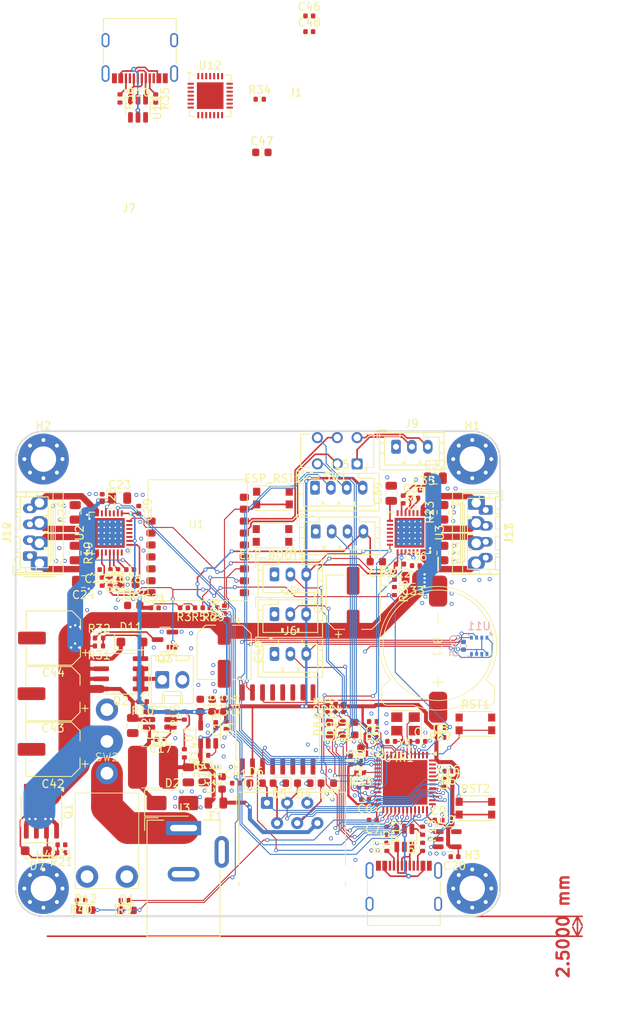
<source format=kicad_pcb>
(kicad_pcb (version 20240108) (generator "pcbnew") (generator_version "8.0")
  (layers (0 "F.Cu" signal) (31 "B.Cu" signal) (34 "B.Paste" user) (35 "F.Paste" user) (36 "B.SilkS" user "B.Silkscreen") (37 "F.SilkS" user "F.Silkscreen") (38 "B.Mask" user) (39 "F.Mask" user) (44 "Edge.Cuts" user))
  (net 0 "")
  (net 1 "/OnStep_MaxSTM/OSCIN")
  (net 2 "/DEC/VM")
  (net 3 "/ME3116/VOUT")
  (net 4 "/OnStep_MaxSTM/OSCOUT")
  (net 5 "/OnStep_MaxSTM/NRST")
  (net 6 "Net-(U6-VCAP1)")
  (net 7 "/OnStep_MaxSTM/VREF")
  (net 8 "Net-(D2-K)")
  (net 9 "Net-(U8-BS)")
  (net 10 "Net-(U2-CPO)")
  (net 11 "Net-(U2-CPI)")
  (net 12 "Net-(U2-VCP)")
  (net 13 "Net-(U2-5VOUT)")
  (net 14 "Net-(D7-A)")
  (net 15 "Net-(U3-CPI)")
  (net 16 "Net-(U3-CPO)")
  (net 17 "Net-(U3-VCP)")
  (net 18 "Net-(U3-5VOUT)")
  (net 19 "/esp_m1/VBUS")
  (net 20 "Net-(U12-VDD)")
  (net 21 "Net-(D1-K)")
  (net 22 "Net-(D7-K)")
  (net 23 "Net-(D11-A)")
  (net 24 "/ESP_BOOT")
  (net 25 "/ESP_RST")
  (net 26 "Net-(U5-VBUS)")
  (net 27 "Net-(J1-D+-PadA6)")
  (net 29 "Net-(J1-CC1)")
  (net 30 "Net-(J1-D--PadA7)")
  (net 31 "Net-(J1-CC2)")
  (net 33 "Net-(J10-D--PadA7)")
  (net 34 "Net-(J10-CC1)")
  (net 35 "Net-(J10-CC2)")
  (net 36 "Net-(J10-D+-PadA6)")
  (net 37 "Net-(J8-Pin_1)")
  (net 38 "/OnStep_MaxSTM/AXIS1_DIR")
  (net 39 "Net-(U1-IO2)")
  (net 40 "/OnStep_MaxSTM/BOOT0")
  (net 41 "/OnStep_MaxSTM/STATUS_LED")
  (net 42 "Net-(U8-EN)")
  (net 43 "Net-(U7-EN)")
  (net 44 "Net-(U6-PA11)")
  (net 45 "Net-(U6-PA12)")
  (net 46 "Net-(U8-FB)")
  (net 47 "/OnStep_MaxSTM/SDA")
  (net 48 "/OnStep_MaxSTM/SCL")
  (net 49 "Net-(U2-ENN)")
  (net 50 "Net-(U2-BRB)")
  (net 51 "Net-(U2-BRA)")
  (net 52 "Net-(U3-ENN)")
  (net 53 "Net-(U3-BRB)")
  (net 54 "Net-(U3-BRA)")
  (net 55 "/OnStep_MaxSTM/AXIS1_HOME_SW")
  (net 56 "/OnStep_MaxSTM/AXIS2_HOME_SW")
  (net 57 "/OnStep_MaxSTM/LIMIT_SW")
  (net 58 "/OnStep_MaxSTM/PPS_SENSE")
  (net 59 "Net-(Q3-C)")
  (net 60 "/DEC/TMC_UART")
  (net 61 "Net-(U12-~{SUSPEND})")
  (net 62 "/DEC/ENN")
  (net 63 "/ESP_TXD")
  (net 64 "/esp_m1/TX1")
  (net 65 "/esp_m1/RXD0")
  (net 66 "/esp_m1/TXD0")
  (net 67 "/esp_m1/RX1")
  (net 68 "/ESP_RXD")
  (net 70 "/DEC/STEP")
  (net 71 "/DEC/DIR")
  (net 72 "/DEC/OUTB2")
  (net 73 "/DEC/OUTA1")
  (net 76 "/DEC/OUTA2")
  (net 77 "/DEC/OUTB1")
  (net 80 "/RA/OUTA2")
  (net 82 "/RA/OUTB2")
  (net 84 "/RA/OUTB1")
  (net 85 "/OnStep_MaxSTM/AXIS1_STEP")
  (net 87 "/RA/OUTA1")
  (net 90 "/GPS_RXD")
  (net 91 "/OnStep_MaxSTM/ST4_DEC_N")
  (net 93 "/OnStep_MaxSTM/ST4_RA_W")
  (net 94 "/GPS_TXD")
  (net 97 "/OnStep_MaxSTM/ST4_DEC_S")
  (net 99 "/OnStep_MaxSTM/ST4_RA_E")
  (net 132 "Net-(SW2-A)")
  (net 133 "Net-(D12-K)")
  (net 137 "/OnStep_MaxSTM/DM")
  (net 138 "/OnStep_MaxSTM/DP")
  (net 139 "Net-(C11-Pad1)")
  (net 140 "/3V3")
  (net 141 "/i2c_per/VBAT")
  (net 145 "Net-(U12-D+)")
  (net 146 "Net-(U12-D-)")
  (net 147 "Net-(U6-PC15)")
  (net 153 "/GND")
  (net 154 "Net-(U1-IO0)")
  (net 155 "Net-(U1-RST)")
  (footprint "Capacitor_SMD:C_0402_1005Metric" (layer "F.Cu") (at 112.42 56.4 180)
    (property "Reference" "C25")
    (property "Value" "22n/50V")
  )
  (footprint "Resistor_SMD:R_0805_2012Metric" (layer "F.Cu") (at 107.5 49.2 90)
    (property "Reference" "R20")
    (property "Value" "0.11R/0805")
  )
  (footprint "Resistor_SMD:R_0402_1005Metric" (layer "F.Cu") (at 142.2 80.39 -90)
    (property "Reference" "R30")
    (property "Value" "4k7")
  )
  (footprint "Diode_SMD:D_SOD-123F" (layer "F.Cu") (at 114.65 65.5)
    (property "Reference" "D11")
    (property "Value" "BZT52Bxx")
  )
  (footprint "Resistor_SMD:R_0402_1005Metric" (layer "F.Cu") (at 113.74 98 180)
    (property "Reference" "R9")
    (property "Value" "1k")
  )
  (footprint "Resistor_SMD:R_0402_1005Metric" (layer "F.Cu") (at 110.5 66 180)
    (property "Reference" "R31")
    (property "Value" "100k")
  )
  (footprint "Capacitor_SMD:C_0402_1005Metric" (layer "F.Cu") (at 117.52 61.2)
    (property "Reference" "C21")
    (property "Value" "100n")
  )
  (footprint "Connector_JST:JST_PH_B4B-PH-K_1x04_P2.00mm_Vertical" (layer "F.Cu") (at 159.2 48.9 -90)
    (property "Reference" "J11")
    (property "Value" "RA_2mm")
  )
  (footprint "Resistor_SMD:R_0805_2012Metric" (layer "F.Cu") (at 153.8 49.1875 90)
    (property "Reference" "R23")
    (property "Value" "0.11R/0805")
  )
  (footprint "Capacitor_SMD:C_0402_1005Metric" (layer "F.Cu") (at 136.98 -13.22)
    (property "Reference" "C46")
    (property "Value" "1uF")
  )
  (footprint "Resistor_SMD:R_0402_1005Metric" (layer "F.Cu") (at 116 73 180)
    (property "Reference" "R10")
    (property "Value" "100k")
  )
  (footprint "Capacitor_SMD:CP_Elec_6.3x7.7" (layer "F.Cu") (at 104.7 72 180)
    (property "Reference" "C43")
    (property "Value" "100uF/35V")
  )
  (footprint "Crystal:Crystal_SMD_3225-4Pin_3.2x2.5mm" (layer "F.Cu") (at 149.1 75.8 180)
    (property "Reference" "Y1")
    (property "Value" "TAXM8M4RDBCCT2T / 8MHz 3225")
  )
  (footprint "Capacitor_SMD:C_0603_1608Metric" (layer "F.Cu") (at 123.25 73.475 -90)
    (property "Reference" "C16")
    (property "Value" "10uF/10V")
  )
  (footprint "LED_SMD:LED_0603_1608Metric" (layer "F.Cu") (at 108.83 99.21)
    (property "Reference" "D12")
    (property "Value" "LED")
  )
  (footprint "Fuse:Fuse_0805_2012Metric" (layer "F.Cu") (at 125.2125 85.75 180)
    (property "Reference" "F1")
    (property "Value" "SMD0805P050TF")
  )
  (footprint "Resistor_SMD:R_0402_1005Metric" (layer "F.Cu") (at 148.4 55.7 180)
    (property "Reference" "R22")
    (property "Value" "100k")
  )
  (footprint "Connector_USB:USB_C_Receptacle_G-Switch_GT-USB-7010ASV" (layer "F.Cu") (at 148.89 97.355)
    (property "Reference" "J1")
    (property "Value" "USB_C_Receptacle_USB2.0")
  )
  (footprint "Resistor_SMD:R_0402_1005Metric" (layer "F.Cu") (at 154.49 82.75)
    (property "Reference" "R16")
    (property "Value" "4k7")
  )
  (footprint "Capacitor_SMD:C_0805_2012Metric" (layer "F.Cu") (at 123.75 82.2 -90)
    (property "Reference" "C18")
    (property "Value" "10u/25V")
  )
  (footprint "Resistor_SMD:R_0402_1005Metric" (layer "F.Cu") (at 146.75 89.24 -90)
    (property "Reference" "R12")
    (property "Value" "22R")
  )
  (footprint "Capacitor_SMD:C_0603_1608Metric" (layer "F.Cu") (at 124.75 73.475 -90)
    (property "Reference" "C15")
    (property "Value" "10uF/10V")
  )
  (footprint "Connector_JST:JST_PH_B3B-PH-K_1x03_P2.00mm_Vertical" (layer "F.Cu") (at 132.6 67)
    (property "Reference" "J6")
    (property "Value" "LIMIT")
  )
  (footprint "Diode_SMD:D_SOD-123F" (layer "F.Cu") (at 102.6 91.75 180)
    (property "Reference" "D7")
    (property "Value" "BZT52B12")
  )
  (footprint "Package_TO_SOT_SMD:SOT-23" (layer "F.Cu") (at 118.8125 65.2 180)
    (property "Reference" "Q3")
    (property "Value" "DTC114E")
  )
  (footprint "Connector_USB:USB_C_Receptacle_G-Switch_GT-USB-7010ASV" (layer "F.Cu") (at 115.64 -9.105 180)
    (property "Reference" "J10")
    (property "Value" "USB_C_Receptacle_USB2.0")
  )
  (footprint "Capacitor_SMD:C_0402_1005Metric" (layer "F.Cu") (at 153.2575 87.9)
    (property "Reference" "C9")
    (property "Value" "100n")
  )
  (footprint "myLib_THT:MTS-102-C4" (layer "F.Cu") (at 111.5 82)
    (property "Reference" "SW2")
    (property "Value" "SW_SPST")
  )
  (footprint "Package_DFN_QFN:QFN-28-1EP_5x5mm_P0.5mm_EP3.75x3.75mm_ThermalVias" (layer "F.Cu") (at 149.6 51.7625 -90)
    (property "Reference" "U3")
    (property "Value" "~")
  )
  (footprint "Resistor_SMD:R_0402_1005Metric" (layer "F.Cu") (at 146.75 91.26 90)
    (property "Reference" "R7")
    (property "Value" "5k1")
  )
  (footprint "Capacitor_SMD:C_0402_1005Metric" (layer "F.Cu") (at 144.9875 87.9 180)
    (property "Reference" "C7")
    (property "Value" "100n")
  )
  (footprint "Package_SO:SOIC-8_3.9x4.9mm_P1.27mm" (layer "F.Cu") (at 103.25 86.775 -90)
    (property "Reference" "Q1")
    (property "Value" "AO4411")
  )
  (footprint "Resistor_SMD:R_0805_2012Metric" (layer "F.Cu") (at 153.8 54.3125 -90)
    (property "Reference" "R24")
    (property "Value" "0.11R/0805")
  )
  (footprint "Capacitor_SMD:C_0402_1005Metric" (layer "F.Cu") (at 145 75.5 180)
    (property "Reference" "C5")
    (property "Value" "1uF/10V")
  )
  (footprint "myLib_SMD:CR1220_holder" (layer "F.Cu") (at 153.2 65.95 -90)
    (property "Reference" "BT1")
    (property "Value" "Battery_Cell")
  )
  (footprint "Diode_SMD:D_0603_1608Metric" (layer "F.Cu") (at 133.2125 83.25 180)
    (property "Reference" "D5")
    (property "Value" "0603ESDA-05N")
  )
  (footprint "Connector_JST:JST_PH_B3B-PH-K_1x03_P2.00mm_Vertical" (layer "F.Cu") (at 132.59 62)
    (property "Reference" "J5")
    (property "Value" "DEC_HOME")
  )
  (footprint "Capacitor_SMD:C_0402_1005Metric" (layer "F.Cu") (at 114.42 56.4 180)
    (property "Reference" "C28")
    (property "Value" "100n/50V")
  )
  (footprint "Capacitor_SMD:C_0805_2012Metric" (layer "F.Cu") (at 121.75 82.2 -90)
    (property "Reference" "C19")
    (property "Value" "10u/25V")
  )
  (footprint "Capacitor_SMD:C_0402_1005Metric" (layer "F.Cu") (at 121.2 61.2 180)
    (property "Reference" "R3")
    (property "Value" "10k")
  )
  (footprint "Capacitor_SMD:C_0402_1005Metric" (layer "F.Cu") (at 149.2 78 180)
    (property "Reference" "R1")
    (property "Value" "1MEG")
  )
  (footprint "Package_TO_SOT_SMD:SOT-23-5" (layer "F.Cu") (at 124.25 77.1125 90)
    (property "Reference" "U7")
    (property "Value" "ME6211")
  )
  (footprint "Capacitor_SMD:C_0402_1005Metric" (layer "F.Cu") (at 150.2 47.4)
    (property "Reference" "C34")
    (property "Value" "22n/50V")
  )
  (footprint "Capacitor_SMD:C_0805_2012Metric" (layer "F.Cu") (at 150.05 57.4 180)
    (property "Reference" "C33")
    (property "Value" "4.7u/25V")
  )
  (footprint "Button_Switch_SMD:SW_Push_1P1T_NO_CK_KMR2" (layer "F.Cu") (at 157.9 86.4)
    (property "Reference" "RST2")
    (property "Value" "EVQPUM")
  )
  (footprint "Capacitor_SMD:CP_Elec_6.3x7.7" (layer "F.Cu") (at 104.7 79 180)
    (property "Reference" "C42")
    (property "Value" "100uF/35V")
  )
  (footprint "Connector_JST:JST_PH_B3B-PH-K_1x03_P2.00mm_Vertical" (layer "F.Cu") (at 132.6 57)
    (property "Reference" "J4")
    (property "Value" "RA_HOME")
  )
  (footprint "Capacitor_SMD:C_0603_1608Metric" (layer "F.Cu") (at 126 83.225 90)
    (property "Reference" "C11")
    (property "Value" "10uF/10V")
  )
  (footprint "myLib_SMD:L_5.5x5.1mm" (layer "F.Cu") (at 117.25 81.25)
    (property "Reference" "L2")
    (property "Value" "FNR5040S100MT" (hide yes))
  )
  (footprint "Package_TO_SOT_SMD:SOT-23-6" (layer "F.Cu") (at 115.41 -1.605 -90)
    (property "Reference" "U13")
    (property "Value" "USBLC6-2SC6")
  )
  (footprint "MountingHole:MountingHole_3.2mm_M3_Pad_Via" (layer "F.Cu") (at 103.5 96.5)
    (property "Reference" "H4")
    (property "Value" "MountingHole")
  )
  (footprint "Resistor_SMD:R_0402_1005Metric" (layer "F.Cu") (at 121.25 79.5 -90)
    (property "Reference" "R14")
    (property "Value" "36k")
  )
  (footprint "Resistor_SMD:R_0402_1005Metric" (layer "F.Cu") (at 154.49 83.75)
    (property "Reference" "R17")
    (property "Value" "4k7")
  )
  (footprint "Connector_JST:JST_PH_B3B-PH-K_1x03_P2.00mm_Vertical" (layer "F.Cu") (at 147.9 40.95)
    (property "Reference" "J9")
    (property "Value" "ESP_UART")
  )
  (footprint "Capacitor_SMD:CP_Elec_6.3x7.7" (layer "F.Cu") (at 104.75 65 180)
    (property "Reference" "C44")
    (property "Value" "100uF/35V")
  )
  (footprint "Capacitor_SMD:C_0805_2012Metric" (layer "F.Cu") (at 108.55 57.9 180)
    (property "Reference" "C24")
    (property "Value" "4.7u/25V")
  )
  (footprint "Capacitor_SMD:C_0805_2012Metric" (layer "F.Cu") (at 114.75 76 -90)
    (property "Reference" "C2")
    (property "Value" "10u/25V")
  )
  (footprint "Button_Switch_SMD:SW_Push_1P1T_NO_CK_KMR2" (layer "F.Cu") (at 132.4 47.4)
    (property "Reference" "ESP_RST1")
    (property "Value" "EVQPUM")
  )
  (footprint "Diode_SMD:D_SMA" (layer "F.Cu") (at 119.75 85.75)
    (property "Reference" "D2")
    (property "Value" "SS34")
  )
  (footprint "MountingHole:MountingHole_3.2mm_M3_Pad_Via" (layer "F.Cu") (at 103.5 42.5)
    (property "Reference" "H2")
    (property "Value" "MountingHole")
  )
  (footprint "Capacitor_SMD:C_0402_1005Metric" (layer "F.Cu") (at 110.9 47.4 -90)
    (property "Reference" "C26")
    (property "Value" "100n/50V")
  )
  (footprint "Inductor_SMD:L_0603_1608Metric_Pad1.05x0.95mm_HandSolder" (layer "F.Cu") (at 143.5 79.75 90)
    (property "Reference" "L1")
    (property "Value" "BLM18HE601SH1D")
  )
  (footprint "Diode_SMD:D_0603_1608Metric" (layer "F.Cu") (at 141.1 76.4 90)
    (property "Reference" "D9")
    (property "Value" "0603ESDA-05N")
  )
  (footprint "Diode_SMD:D_0603_1608Metric" (layer "F.Cu") (at 136.2875 83.25 180)
    (property "Reference" "D4")
    (property "Value" "0603ESDA-05N")
  )
  (footprint "Capacitor_SMD:C_0805_2012Metric" (layer "F.Cu") (at 152.85 44.9)
    (property "Reference" "C32")
    (property "Value" "4.7u/25V")
  )
  (footprint "Connector_Molex:Molex_KK-254_AE-6410-04A_1x04_P2.54mm_Vertical" (layer "F.Cu") (at 158 48 -90)
    (property "Reference" "J13")
    (property "Value" "RA_2.54mm")
  )
  (footprint "Capacitor_SMD:C_0402_1005Metric" (layer "F.Cu") (at 105.77 91 180)
    (property "Reference" "C31")
    (property "Value" "22n/50V")
  )
  (footprint "Capacitor_SMD:C_0402_1005Metric" (layer "F.Cu") (at 115.5 48.88 -90)
    (property "Reference" "C29")
    (property "Value" "100n/50V")
  )
  (footprint "Resistor_SMD:R_0402_1005Metric" (layer "F.Cu") (at 108.24 98 180)
    (property "Reference" "R40")
    (property "Value" "1k")
  )
  (footprint "Capacitor_SMD:C_0402_1005Metric" (layer "F.Cu") (at 147.3 78 180)
    (property "Reference" "C4")
    (property "Value" "20pF")
  )
  (footprint "Capacitor_SMD:C_0402_1005Metric" (layer "F.Cu") (at 145.02 76.5 180)
    (property "Reference" "R2")
    (property "Value" "10k")
  )
  (footprint "Capacitor_SMD:CP_Elec_6.3x7.7" (layer "F.Cu") (at 142.5 60.5 90)
    (property "Reference" "C12")
    (property "Value" "100uF/35V")
  )
  (footprint "Resistor_SMD:R_0402_1005Metric" (layer "F.Cu") (at 147.7 59.1 -90)
    (property "Reference" "R38")
    (property "Value" "1k")
  )
  (footprint "Resistor_SMD:R_0402_1005Metric" (layer "F.Cu") (at 110.51 65)
    (property "Reference" "R32")
    (property "Value" "4k7")
  )
  (footprint "Capacitor_SMD:C_0402_1005Metric" (layer "F.Cu") (at 127.75 83.25)
    (property "Reference" "C41")
    (property "Value" "100n/50V")
  )
  (footprint "Capacitor_SMD:CP_Elec_6.3x7.7" (layer "F.Cu") (at 126.25 66.8 -90)
    (property "Reference" "C40")
    (property "Value" "100uF/35V")
  )
  (footprint "Capacitor_SMD:C_0402_1005Metric" (layer "F.Cu") (at 123.08 61.2 180)
    (property "Reference" "R5")
    (property "Value" "10k")
  )
  (footprint "Capacitor_SMD:C_0603_1608Metric" (layer "F.Cu") (at 145.425 55.4 180)
    (property "Reference" "C3")
    (property "Value" "10uF/10V")
  )
  (footprint "Capacitor_SMD:C_0402_1005Metric" (layer "F.Cu") (at 110.1 56.4 180)
    (property "Reference" "C27")
    (property "Value" "100n/50V")
  )
  (footprint "Capacitor_SMD:C_0402_1005Metric" (layer "F.Cu") (at 155.27 92.5 180)
    (property "Reference" "C20")
    (property "Value" "100n")
  )
  (footprint "Capacitor_SMD:C_0402_1005Metric" (layer "F.Cu") (at 118.27 77.75 180)
    (property "Reference" "C17")
    (property "Value" "100n/50V/0603")
  )
  (footprint "Button_Switch_THT:SW_CK_JS202011CQN_DPDT_Straight" (layer "F.Cu") (at 143 43.1 180)
    (property "Reference" "SW1")
    (property "Value" "SW_Slide_DPDT")
  )
  (footprint "Resistor_SMD:R_0402_1005Metric" (layer "F.Cu") (at 110.9 57.91 -90)
    (property "Reference" "R39")
    (property "Value" "1k")
  )
  (footprint "Diode_SMD:D_0603_1608Metric" (layer "F.Cu") (at 130.2875 83.25)
    (property "Reference" "D6")
    (property "Value" "0603ESDA-05N")
  )
  (footprint "Connector_JST:JST_PH_B4B-PH-K_1x04_P2.00mm_Vertical" (layer "F.Cu") (at 137.7 46.1)
    (property "Reference" "J15")
    (property "Value" "I2C")
  )
  (footprint "Button_Switch_SMD:SW_Push_1P1T_NO_CK_KMR2" (layer "F.Cu") (at 157.9 75.8)
    (property "Reference" "RST1")
    (property "Value" "EVQPUM")
  )
  (footprint "Resistor_SMD:R_0402_1005Metric" (layer "F.Cu") (at 111.9 57.9 -90)
    (property "Reference" "R18")
    (property "Value" "100k")
  )
  (footprint "Capacitor_SMD:C_0402_1005Metric" (layer "F.Cu") (at 153.48 77.5)
    (property "Reference" "C8")
    (property "Value" "100n")
  )
  (footprint "Capacitor_SMD:C_0402_1005Metric" (layer "F.Cu") (at 145.02 77.5 180)
    (property "Reference" "C10")
    (property "Value" "100n")
  )
  (footprint "Diode_SMD:D_0603_1608Metric" (layer "F.Cu") (at 142.7 76.4 90)
    (property "Reference" "D10")
    (property "Value" "0603ESDA-05N")
  )
  (footprint "Resistor_SMD:R_0402_1005Metric" (layer "F.Cu") (at 151.25 89.23 -90)
    (property "Reference" "R13")
    (property "Value" "22R")
  )
  (footprint "MountingHole:MountingHole_3.2mm_M3_Pad_Via" (layer "F.Cu") (at 157.5 42.5)
    (property "Reference" "H1")
    (property "Value" "MountingHole")
  )
  (footprint "Capacitor_SMD:C_0402_1005Metric" (layer "F.Cu") (at 124.92 61.2 180)
    (property "Reference" "R29")
    (property "Value" "1k")
  )
  (footprint "LED_SMD:LED_0603_1608Metric" (layer "F.Cu") (at 114.0375 99.25)
    (property "Reference" "D1")
    (property "Value" "LED")
  )
  (footprint "MountingHole:MountingHole_3.2mm_M3_Pad_Via" (layer "F.Cu") (at 157.5 96.5)
    (property "Reference" "H3")
    (property "Value" "MountingHole")
  )
  (footprint "Resistor_SMD:R_0402_1005Metric" (layer "F.Cu") (at 151.25 91.26 90)
    (property "Reference" "R8")
    (property "Value" "5k1")
  )
  (footprint "Resistor_SMD:R_0402_1005Metric" (layer "F.Cu") (at 139.3 73.81 90)
    (property "Reference" "R25")
    (property "Value" "10k")
  )
  (footprint "Package_DFN_QFN:QFN-28-1EP_5x5mm_P0.5mm_EP3.35x3.35mm" (layer "F.Cu") (at 124.5 -3.2)
    (property "Reference" "U12")
    (property "Value" "CP2102N-Axx-xQFN28")
  )
  (footprint "Capacitor_SMD:C_0402_1005Metric" (layer "F.Cu") (at 151.4 46.4)
    (property "Reference" "C35")
    (property "Value" "100n/50V")
  )
  (footprint "Resistor_SMD:R_0402_1005Metric" (layer "F.Cu") (at 130.74 -2.75)
    (property "Reference" "R34")
    (property "Value" "10k")
  )
  (footprint "Diode_SMD:D_0603_1608Metric" (layer "F.Cu") (at 139.25 83.25 180)
    (property "Reference" "D3")
    (property "Value" "0603ESDA-05N")
  )
  (footprint "Resistor_SMD:R_0402_1005Metric" (layer "F.Cu") (at 121.25 74.75 90)
    (property "Reference" "R15")
    (property "Value" "6k8")
  )
  (footprint "Connector_JST:JST_PH_B4B-PH-K_1x04_P2.00mm_Vertical" (layer "F.Cu") (at 137.8 51.6)
    (property "Reference" "J7")
    (property "Value" "GPS")
  )
  (footprint "Capacitor_SMD:C_0805_2012Metric" (layer "F.Cu") (at 147.3 46.8 90)
    (property "Reference" "C39")
    (property "Value" "4.7u/25V")
  )
  (footprint "Diode_SMD:D_0603_1608Metric" (layer "F.Cu") (at 139.52 76.4 90)
    (property "Reference" "D8")
    (property "Value" "0603ESDA-05N")
  )
  (footprint "Button_Switch_SMD:SW_Push_1P1T_NO_CK_KMR2" (layer "F.Cu") (at 132.35 52.1 180)
    (property "Reference" "ESP_BOOT1")
    (property "Value" "EVQPUM")
  )
  (footprint "Resistor_SMD:R_0402_1005Metric" (layer "F.Cu") (at 113.14 -2.845 -90)
    (property "Reference" "R36")
    (property "Value" "5k1")
  )
  (footprint "Resistor_SMD:R_0402_1005Metric" (layer "F.Cu") (at 141.3 73.8 90)
    (property "Reference" "R27")
    (property "Value" "10k")
  )
  (footprint "Capacitor_SMD:C_0402_1005Metric" (layer "F.Cu") (at 150.4 55.9)
    (property "Reference" "C36")
    (property "Value" "100n/50V")
  )
  (footprint "Capacitor_SMD:C_0402_1005Metric" (layer "F.Cu") (at 143.73 83.75)
    (property "Reference" "R4")
    (property "Value" "10k")
  )
  (footprint "Package_TO_SOT_SMD:SOT-23-6" (layer "F.Cu") (at 148.95 90.1375 90)
    (property "Reference" "U5")
    (property "Value" "USBLC6-2SC6")
  )
  (footprint "Capacitor_SMD:C_0805_2012Metric" (layer "F.Cu") (at 114.15 58 180)
    (property "Reference" "C30")
    (property "Value" "4.7u/25V")
  )
  (footprint "Capacitor_SMD:C_0603_1608Metric" (layer "F.Cu") (at 126.26 73.475 -90)
    (property "Reference" "C14")
    (property "Value" "10uF/10V")
  )
  (footprint "Package_DFN_QFN:QFN-28-1EP_5x5mm_P0.5mm_EP3.75x3.75mm_ThermalVias" (layer "F.Cu") (at 111.8625 51.7875 90)
    (property "Reference" "U2")
    (property "Value" "~")
  )
  (footprint "Capacitor_SMD:C_0805_2012Metric" (layer "F.Cu") (at 113.1 47.4)
    (property "Reference" "C23")
    (property "Value" "4.7u/25V")
  )
  (footprint "Resistor_SMD:R_0402_1005Metric" (layer "F.Cu") (at 153.5 76.25 180)
    (property "Reference" "R37")
    (property "Value" "100k")
  )
  (footprint "Resistor_SMD:R_0402_1005Metric" (layer "F.Cu") (at 140.3 73.8 90)
    (property "Reference" "R26")
    (property "Value" "10k")
  )
  (footprint "Connector_Molex:Molex_KK-254_AE-6410-04A_1x04_P2.54mm_Vertical" (layer "F.Cu") (at 103 55.62 90)
    (property "Reference" "J14")
    (property "Value" "RA_2.54mm")
  )
  (footprint "Capacitor_SMD:C_0402_1005Metric" (layer "F.Cu") (at 147.7 57.18 90)
    (property "Reference" "C38")
    (property "Value" "100n/50V")
  )
  (footprint "myLib_SMD:SOT-23-6_Handsoldering" (layer "F.Cu") (at 118.15 75.25 180)
    (property "Reference" "U8")
    (property "Value" "ME3116" (hide yes))
  )
  (footprint "Capacitor_SMD:C_0402_1005Metric" (layer "F.Cu") (at 126.5 75.98 90)
    (property "Reference" "C13")
    (property "Value" "1uF/10V")
  )
  (footprint "Connector_Molex:Molex_KK-254_AE-6410-02A_1x02_P2.54mm_Vertical" (layer "F.Cu") (at 118.46 70.25)
    (property "Reference" "J8")
    (property "Value" "Conn_01x02")
  )
  (footprint "Capacitor_SMD:C_0402_1005Metric" (layer "F.Cu") (at 136.98 -11.25)
    (property "Reference" "C48")
    (property "Value" "100nF")
  )
  (footprint "Resistor_SMD:R_0402_1005Metric" (layer "F.Cu") (at 117.64 -2.845 -90)
    (property "Reference" "R35")
    (property "Value" "5k1")
  )
  (footprint "Connector_RJ:RJ12_Amphenol_54601-x06_Horizontal" (layer "F.Cu") (at 131.65 85.73)
    (property "Reference" "J2")
    (property "Value" "RJ12")
  )
  (footprint "Package_TO_SOT_SMD:SOT-23-5" (layer "F.Cu") (at 154.3625 90.3)
    (property "Reference" "U9")
    (property "Value" "24AA64T-I/OT")
  )
  (footprint "Resistor_SMD:R_0402_1005Metric" (layer "F.Cu") (at 123.74 79.75 180)
    (property "Reference" "R11")
    (property "Value" "100k")
  )
  (footprint "Connector_JST:JST_PH_B4B-PH-K_1x04_P2.00mm_Vertical" (layer "F.Cu") (at 101.8 54.7 90)
    (property "Reference" "J12")
    (property "Value" "RA_2mm")
  )
  (footprint "Connector_BarrelJack:BarrelJack_Wuerth_6941xx301002" (layer "F.Cu") (at 121.15 88.9)
    (property "Reference" "J3")
    (property "Value" "5.5/2.1 Barell DC3")
  )
  (footprint "Resistor_SMD:R_0805_2012Metric" (layer "F.Cu") (at 107.5 54.3125 -90)
    (property "Reference" "R19")
    (property "Value" "0.11R/0805")
  )
  (footprint "Package_SO:SOIC-16W_7.5x10.3mm_P1.27mm" (layer "F.Cu") (at 133 76.5 90)
    (property "Reference" "U4")
    (property "Value" "DS3231M")
  )
  (footprint "Resistor_SMD:R_0402_1005Metric" (layer "F.Cu") (at 154.5 81.75 180)
    (property "Reference" "R6")
    (property "Value" "10k")
  )
  (footprint "Capacitor_SMD:C_0402_1005Metric" (layer "F.Cu") (at 126.3 61.42 90)
    (property "Reference" "R28")
    (property "Value" "1k")
  )
  (footprint "Capacitor_SMD:C_0402_1005Metric" (layer "F.Cu") (at 144 85.3 180)
    (property "Reference" "C6")
    (property "Value" "2u2/6.3")
  )
  (footprint "myLib_SMD:ESP_M2" (layer "F.Cu") (at 116.775 50.3)
    (property "Reference" "U1")
    (property "Value" "~")
  )
  (footprint "Package_SO:SOIC-8_3.9x4.9mm_P1.27mm" (layer "F.Cu") (at 113.25 69.5 180)
    (property "Reference" "Q2")
    (property "Value" "AO4411")
  )
  (footprint "Capacitor_SMD:C_0402_1005Metric" (layer "F.Cu") (at 151.1 78)
    (property "Reference" "C1")
    (property "Value" "20pF")
  )
  (footprint "Resistor_SMD:R_0402_1005Metric" (layer "F.Cu") (at 105.75 92 180)
    (property "Reference" "R21")
    (property "Value" "10k")
  )
  (footprint "Capacitor_SMD:C_0402_1005Metric" (layer "F.Cu") (at 143.4 81.9 180)
    (property "Reference" "R33")
    (property "Value" "1k")
  )
  (footprint "Package_DFN_QFN:QFN-48-1EP_7x7mm_P0.5mm_EP5.6x5.6mm" (layer "F.Cu") (at 149.05 83.15 -90)
    (property "Reference" "U6")
    (property "Value" "STM32F411CCUx")
  )
  (footprint "Capacitor_SMD:C_0603_1608Metric" (layer "F.Cu") (at 114.875 60.9)
    (property "Reference" "C22")
    (property "Value" "10uF/10V")
  )
  (footprint "Capacitor_SMD:C_0603_1608Metric" (layer "F.Cu") (at 131.01 3.93)
    (property "Reference" "C47")
    (property "Value" "10uF/10V")
  )
  (footprint "Capacitor_SMD:C_0402_1005Metric" (layer "F.Cu") (at 148.8 47.58 -90)
    (property "Reference" "C37")
    (property "Value" "100n/50V")
  )
  (footprint "Capacitor_SMD:C_0402_1005Metric" (layer "B.Cu") (at 156.4 65.97 -90)
    (property "Reference" "C45")
    (property "Value" "100nF")
  )
  (footprint "Package_LGA:Bosch_LGA-8_2.5x2.5mm_P0.65mm_ClockwisePinNumbering" (layer "B.Cu") (at 158.375 65.975 180)
    (property "Reference" "U11")
    (property "Value" "BME280")
  )
  (gr_line (start 100 42.5) (end 100 96.5) (stroke (width 0.2)) (layer "Edge.Cuts"))
  (gr_arc (start 100 42.5) (mid 101.025126 40.025126) (end 103.5 39) (stroke (width 0.2)) (layer "Edge.Cuts"))
  (gr_arc (start 157.5 39) (mid 159.974874 40.025126) (end 161 42.5) (stroke (width 0.2)) (layer "Edge.Cuts"))
  (gr_line (start 103.5 100) (end 157.5 100) (stroke (width 0.2)) (layer "Edge.Cuts"))
  (gr_line (start 161 96.5) (end 161 42.5) (stroke (width 0.2)) (layer "Edge.Cuts"))
  (gr_arc (start 103.5 100) (mid 101.025126 98.974874) (end 100 96.5) (stroke (width 0.2)) (layer "Edge.Cuts"))
  (gr_arc (start 161 96.5) (mid 159.974874 98.974874) (end 157.5 100) (stroke (width 0.2)) (layer "Edge.Cuts"))
  (gr_line (start 157.5 39) (end 103.5 39) (stroke (width 0.2)) (layer "Edge.Cuts"))
  (dimension (type aligned) (layer "F.Cu") (pts (xy 103.5 100) (xy 103.5 102.5)) (height -67.25) (gr_text "2,5000 mm" (at 168.95 101.25 90) (layer "F.Cu") (effects (font (size 1.5 1.5) (thickness 0.3)))) (format (prefix "") (suffix "") (units 3) (units_format 1) (precision 4)) (style (thickness 0.2) (arrow_length 1.27) (text_position_mode 0) (extension_height 0.58642) (extension_offset 0.5) keep_text_aligned))
  (segment (start 149.8 78.12) (end 149.68 78) (width 0.125) (layer "F.Cu") (net 1))
  (segment (start 150.2 74.95) (end 149.3 75.85) (width 0.125) (layer "F.Cu") (net 1))
  (segment (start 149.8 79.7125) (end 149.8 78.12) (width 0.125) (layer "F.Cu") (net 1))
  (segment (start 150.62 78) (end 149.68 78) (width 0.125) (layer "F.Cu") (net 1))
  (segment (start 149.3 77.62) (end 149.68 78) (width 0.125) (layer "F.Cu") (net 1))
  (segment (start 149.3 75.85) (end 149.3 77.62) (width 0.125) (layer "F.Cu") (net 1))
  (segment (start 107.535 70.135) (end 107.4 70) (width 0.5) (layer "F.Cu") (net 2))
  (segment (start 107.4 79) (end 107.4 70) (width 4) (layer "F.Cu") (net 2))
  (segment (start 148.8 47.1) (end 150.035 45.865) (width 0.2) (layer "F.Cu") (net 2))
  (segment (start 107.4 65.05) (end 107.45 65) (width 4) (layer "F.Cu") (net 2))
  (segment (start 150.88 55.98) (end 150.925 56.025) (width 0.5) (layer "F.Cu") (net 2))
  (segment (start 152.6 45.3) (end 152.3 45.3) (width 0.5) (layer "F.Cu") (net 2))
  (segment (start 126.25 64.1) (end 145.315652 64.1) (width 2) (layer "F.Cu") (net 2))
  (segment (start 112.155 67.595) (end 113.25 66.5) (width 0.5) (layer "F.Cu") (net 2))
  (segment (start 150.925 56.025) (end 150.925 57.4) (width 0.5) (layer "F.Cu") (net 2))
  (segment (start 107.4 70) (end 107.4 67.75) (width 4) (layer "F.Cu") (net 2))
  (segment (start 114.95 75.25) (end 114.75 75.05) (width 0.5) (layer "F.Cu") (net 2))
  (segment (start 110.4 47.7) (end 111.4 47.7) (width 0.5) (layer "F.Cu") (net 2))
  (segment (start 151.88 46.4) (end 151.88 44.92) (width 0.2) (layer "F.Cu") (net 2))
  (segment (start 103.885 84.145) (end 103.885 84.3) (width 4) (layer "F.Cu") (net 2))
  (segment (start 151.88 44.92) (end 151.9 44.9) (width 0.2) (layer "F.Cu") (net 2))
  (segment (start 152.6 44.8) (end 152 44.8) (width 0.5) (layer "F.Cu") (net 2))
  (segment (start 110.775 67.595) (end 107.555 67.595) (width 0.5) (layer "F.Cu") (net 2))
  (segment (start 107.4 67.75) (end 107.4 65.05) (width 4) (layer "F.Cu") (net 2))
  (segment (start 109.99 66) (end 108.45 66) (width 0.2) (layer "F.Cu") (net 2))
  (segment (start 150.88 55.9) (end 150.88 55.98) (width 0.5) (layer "F.Cu") (net 2))
  (segment (start 108.45 66) (end 107.45 65) (width 0.2) (layer "F.Cu") (net 2))
  (segment (start 114.75 73) (end 114.75 75.05) (width 0.5) (layer "F.Cu") (net 2))
  (segment (start 111.4 47.7) (end 111.95 47.7) (width 0.5) (layer "F.Cu") (net 2))
  (segment (start 110.775 71.405) (end 107.995 71.405) (width 1) (layer "F.Cu") (net 2))
  (segment (start 152.2 49.3) (end 152.2 50.125) (width 0.5) (layer "F.Cu") (net 2))
  (segment (start 152.2 50.125) (end 152.0875 50.2375) (width 0.5) (layer "F.Cu") (net 2))
  (segment (start 115.49 73) (end 114.75 73) (width 0.2) (layer "F.Cu") (net 2))
  (segment (start 152.2 53.4) (end 152.0875 53.2875) (width 0.5) (layer "F.Cu") (net 2))
  (segment (start 152.2 54.2) (end 152.2 53.4) (width 0.5) (layer "F.Cu") (net 2))
  (segment (start 109 54) (end 109.4 53.6) (width 0.5) (layer "F.Cu") (net 2))
  (segment (start 109 49.5) (end 109.4 49.9) (width 0.5) (layer "F.Cu") (net 2))
  (segment (start 150.925 58.490652) (end 150.925 57.4) (width 2) (layer "F.Cu") (net 2))
  (segment (start 110.775 67.595) (end 112.155 67.595) (width 0.5) (layer "F.Cu") (net 2))
  (segment (start 152 44.8) (end 151.9 44.9) (width 0.5) (layer "F.Cu") (net 2))
  (segment (start 113.25 66.5) (end 113.25 65.5) (width 0.5) (layer "F.Cu") (net 2))
  (segment (start 124.9 62.75) (end 126.25 64.1) (width 2) (layer "F.Cu") (net 2))
  (segment (start 151.865 45.865) (end 151.9 45.9) (width 0.2) (layer "F.Cu") (net 2))
  (segment (start 152.0875 53.2875) (end 152.0625 53.2875) (width 0.5) (layer "F.Cu") (net 2))
  (segment (start 107.4 79) (end 107.4 80.63) (width 4) (layer "F.Cu") (net 2))
  (segment (start 107.45 65) (end 109.7 62.75) (width 2) (layer "F.Cu") (net 2))
  (segment (start 113.7 55.2) (end 113.5 55.2) (width 0.125) (layer "F.Cu") (net 2))
  (segment (start 110.775 70.135) (end 107.535 70.135) (width 0.5) (layer "F.Cu") (net 2))
  (segment (start 107.555 67.595) (end 107.4 67.75) (width 0.5) (layer "F.Cu") (net 2))
  (segment (start 152.3 45.3) (end 151.9 44.9) (width 0.5) (layer "F.Cu") (net 2))
  (segment (start 113.155 71.405) (end 114.75 73) (width 0.5) (layer "F.Cu") (net 2))
  (segment (start 108.515 68.865) (end 107.4 67.75) (width 0.5) (layer "F.Cu") (net 2))
  (segment (start 152.6 44.8) (end 152.6 45.3) (width 0.5) (layer "F.Cu") (net 2))
  (segment (start 107.4 80.63) (end 103.885 84.145) (width 4) (layer "F.Cu") (net 2))
  (segment (start 109.4 49.9) (end 109.4 50.1875) (width 0.5) (layer "F.Cu") (net 2))
  (segment (start 111.95 47.7) (end 112.15 47.5) (width 0.5) (layer "F.Cu") (net 2))
  (segment (start 109.7 62.75) (end 124.9 62.75) (width 2) (layer "F.Cu") (net 2))
  (segment (start 110.775 68.865) (end 108.515 68.865) (width 0.5) (layer "F.Cu") (net 2))
  (segment (start 116.8 75.25) (end 114.95 75.25) (width 0.5) (layer "F.Cu") (net 2))
  (segment (start 109.4 53.6) (end 109.4 53.3875) (width 0.5) (layer "F.Cu") (net 2))
  (segment (start 107.995 71.405) (end 107.4 72) (width 1) (layer "F.Cu") (net 2))
  (segment (start 145.315652 64.1) (end 150.925 58.490652) (width 2) (layer "F.Cu") (net 2))
  (segment (start 110.775 71.405) (end 113.155 71.405) (width 0.5) (layer "F.Cu") (net 2))
  (segment (start 152.0875 50.2375) (end 152.0625 50.2375) (width 0.5) (layer "F.Cu") (net 2))
  (segment (start 109.3 50) (end 109.4 50.1) (width 0.3) (layer "F.Cu") (net 2))
  (segment (start 114.9 56.4) (end 113.7 55.2) (width 0.125) (layer "F.Cu") (net 2))
  (segment (start 150.035 45.865) (end 151.865 45.865) (width 0.2) (layer "F.Cu") (net 2))
  (via (at 109.2 58.8) (size 0.6) (drill 0.3) (layers "F.Cu" "B.Cu") (net 2))
  (via (at 109.3 50) (size 0.6) (drill 0.3) (layers "F.Cu" "B.Cu") (net 2))
  (via (at 108 66.2) (size 0.6) (drill 0.3) (layers "F.Cu" "B.Cu") (net 2))
  (via (at 109.6 56.9) (size 0.6) (drill 0.3) (layers "F.Cu" "B.Cu") (net 2))
  (via (at 107 66.2) (size 0.6) (drill 0.3) (layers "F.Cu" "B.Cu") (net 2))
  (via (at 110.4 47.7) (size 0.5) (drill 0.3) (layers "F.Cu" "B.Cu") (net 2))
  (via (at 109.3 53.6) (size 0.6) (drill 0.3) (layers "F.Cu" "B.Cu") (net 2))
  (via (at 151.5 58) (size 0.5) (drill 0.3) (layers "F.Cu" "B.Cu") (net 2))
  (via (at 108.1 63.6) (size 0.6) (drill 0.3) (layers "F.Cu" "B.Cu") (net 2))
  (via (at 152.2 54.2) (size 0.5) (drill 0.3) (layers "F.Cu" "B.Cu") (net 2))
  (via (at 152.2 53.7) (size 0.5) (drill 0.3) (layers "F.Cu" "B.Cu") (net 2))
  (via (at 107.5 65.7) (size 0.6) (drill 0.3) (layers "F.Cu" "B.Cu") (net 2))
  (via (at 111.4 47.7) (size 0.5) (drill 0.3) (layers "F.Cu" "B.Cu") (net 2))
  (via (at 152.6 45.3) (size 0.5) (drill 0.3) (layers "F.Cu" "B.Cu") (net 2))
  (via (at 151.5 57) (size 0.5) (drill 0.3) (layers "F.Cu" "B.Cu") (net 2))
  (via (at 109 49.5) (size 0.6) (drill 0.3) (layers "F.Cu" "B.Cu") (net 2))
  (via (at 107.5 63.4) (size 0.6) (drill 0.3) (layers "F.Cu" "B.Cu") (net 2))
  (via (at 113.5 55.2) (size 0.5) (drill 0.3) (layers "F.Cu" "B.Cu") (net 2))
  (via (at 109 54) (size 0.6) (drill 0.3) (layers "F.Cu" "B.Cu") (net 2))
  (via (at 152.2 49.8) (size 0.5) (drill 0.3) (layers "F.Cu" "B.Cu") (net 2))
  (via (at 152.2 49.3) (size 0.5) (drill 0.3) (layers "F.Cu" "B.Cu") (net 2))
  (via (at 151.5 57.5) (size 0.5) (drill 0.3) (layers "F.Cu" "B.Cu") (net 2))
  (via (at 152.6 44.8) (size 0.5) (drill 0.3) (layers "F.Cu" "B.Cu") (net 2))
  (via (at 151.5 58.5) (size 0.5) (drill 0.3) (layers "F.Cu" "B.Cu") (net 2))
  (via (at 106.9 63.6) (size 0.6) (drill 0.3) (layers "F.Cu" "B.Cu") (net 2))
  (segment (start 107.5 59.6) (end 107.5 65.8) (width 2) (layer "B.Cu") (net 2))
  (segment (start 109 49.5) (end 109 55.4) (width 2) (layer "B.Cu") (net 2))
  (segment (start 110.4 47.7) (end 110.4 48.1) (width 0.5) (layer "B.Cu") (net 2))
  (segment (start 109 55.4) (end 109 58.1) (width 2) (layer "B.Cu") (net 2))
  (segment (start 109.2 55.2) (end 109 55.4) (width 0.125) (layer "B.Cu") (net 2))
  (segment (start 109 58.1) (end 107.5 59.6) (width 2) (layer "B.Cu") (net 2))
  (segment (start 113.5 55.2) (end 109.2 55.2) (width 0.125) (layer "B.Cu") (net 2))
  (segment (start 152.6 55.9) (end 152.6 45.3) (width 2) (layer "B.Cu") (net 2))
  (segment (start 151.5 57) (end 152.6 55.9) (width 2) (layer "B.Cu") (net 2))
  (segment (start 151.5 58.5) (end 151.5 57) (width 2) (layer "B.Cu") (net 2))
  (segment (start 110.4 48.1) (end 109 49.5) (width 0.5) (layer "B.Cu") (net 2))
  (segment (start 121.25 80.01) (end 121.25 80.75) (width 0.2) (layer "F.Cu") (net 3))
  (segment (start 123.3 78.25) (end 123.3 77.5) (width 0.5) (layer "F.Cu") (net 3))
  (segment (start 141.3 54.1) (end 143.8 51.6) (width 0.2) (layer "F.Cu") (net 3))
  (segment (start 144.65 55.4) (end 144.65 52.45) (width 0.2) (layer "F.Cu") (net 3))
  (segment (start 122.9 57.4) (end 123.9 56.4) (width 0.2) (layer "F.Cu") (net 3))
  (segment (start 122.9 58.2) (end 122.9 57.4) (width 0.2) (layer "F.Cu") (net 3))
  (segment (start 144.65 52.45) (end 143.8 51.6) (width 0.2) (layer "F.Cu") (net 3))
  (segment (start 124.925 81.925) (end 124.25 81.25) (width 0.5) (layer "F.Cu") (net 3))
  (segment (start 124.425 85.75) (end 124.925 85.25) (width 0.5) (layer "F.Cu") (net 3))
  (segment (start 124.25 81.25) (end 123.75 81.25) (width 0.5) (layer "F.Cu") (net 3))
  (segment (start 123.75 81.25) (end 119.25 81.25) (width 0.5) (layer "F.Cu") (net 3))
  (segment (start 124.925 85.25) (end 124.925 81.925) (width 0.5) (layer "F.Cu") (net 3))
  (segment (start 121.25 80.75) (end 121.75 81.25) (width 0.2) (layer "F.Cu") (net 3))
  (segment (start 123.3 78.25) (end 123.3 80.8) (width 0.5) (layer "F.Cu") (net 3))
  (segment (start 123.3 80.8) (end 123.75 81.25) (width 0.5) (layer "F.Cu") (net 3))
  (segment (start 127.2 54.1) (end 141.3 54.1) (width 0.2) (layer "F.Cu") (net 3))
  (via (at 127.2 54.1) (size 0.5) (drill 0.3) (layers "F.Cu" "B.Cu") (net 3))
  (via (at 123.3 77.5) (size 0.5) (drill 0.3) (layers "F.Cu" "B.Cu") (net 3))
  (via (at 122.9 58.2) (size 0.5) (drill 0.3) (layers "F.Cu" "B.Cu") (net 3))
  (via (at 123.9 56.4) (size 0.5) (drill 0.3) (layers "F.Cu" "B.Cu") (net 3))
  (segment (start 126.6 72.7) (end 126.6 63.307107) (width 0.2) (layer "B.Cu") (net 3))
  (segment (start 122.9 59.607107) (end 122.9 58.2) (width 0.2) (layer "B.Cu") (net 3))
  (segment (start 123.3 77.5) (end 124.307107 77.5) (width 0.2) (layer "B.Cu") (net 3))
  (segment (start 125.1 56.2) (end 127.2 54.1) (width 0.2) (layer "B.Cu") (net 3))
  (segment (start 126.6 75.207107) (end 126.6 72.7) (width 0.2) (layer "B.Cu") (net 3))
  (segment (start 126.6 63.307107) (end 122.9 59.607107) (width 0.2) (layer "B.Cu") (net 3))
  (segment (start 123.9 56.4) (end 124.1 56.2) (width 0.2) (layer "B.Cu") (net 3))
  (segment (start 124.1 56.2) (end 125.1 56.2) (width 0.2) (layer "B.Cu") (net 3))
  (segment (start 124.307107 77.5) (end 126.6 75.207107) (width 0.2) (layer "B.Cu") (net 3))
  (segment (start 148.72 78) (end 148.72 77.37) (width 0.125) (layer "F.Cu") (net 4))
  (segment (start 149.3 79.7125) (end 149.3 78.58) (width 0.125) (layer "F.Cu") (net 4))
  (segment (start 147.78 78) (end 148.72 78) (width 0.125) (layer "F.Cu") (net 4))
  (segment (start 149.3 78.58) (end 148.72 78) (width 0.125) (layer "F.Cu") (net 4))
  (segment (start 148.72 77.37) (end 148 76.65) (width 0.125) (layer "F.Cu") (net 4))
  (segment (start 147.45 78.55) (end 146.4 78.55) (width 0.125) (layer "F.Cu") (net 5))
  (segment (start 146 78.15) (end 146 77) (width 0.125) (layer "F.Cu") (net 5))
  (segment (start 148 79.1) (end 147.45 78.55) (width 0.125) (layer "F.Cu") (net 5))
  (segment (start 146 77) (end 145.5 76.5) (width 0.125) (layer "F.Cu") (net 5))
  (segment (start 148.8 79.7125) (end 148.8 79) (width 0.125) (layer "F.Cu") (net 5))
  (segment (start 145.5 75.52) (end 145.48 75.5) (width 0.125) (layer "F.Cu") (net 5))
  (segment (start 148.5125 79.0875) (end 148.0125 79.0875) (width 0.125) (layer "F.Cu") (net 5))
  (segment (start 148.0125 79.0875) (end 148 79.1) (width 0.125) (layer "F.Cu") (net 5))
  (segment (start 148.7 78.9) (end 148.5125 79.0875) (width 0.125) (layer "F.Cu") (net 5))
  (segment (start 155.85 76.6) (end 155.85 77.55) (width 0.125) (layer "F.Cu") (net 5))
  (segment (start 148.8 79) (end 148.7 78.9) (width 0.125) (layer "F.Cu") (net 5))
  (segment (start 146.4 78.55) (end 146 78.15) (width 0.125) (layer "F.Cu") (net 5))
  (segment (start 155.85 77.55) (end 154.6 78.8) (width 0.125) (layer "F.Cu") (net 5))
  (segment (start 155.85 76.6) (end 159.95 76.6) (width 0.125) (layer "F.Cu") (net 5))
  (segment (start 145.5 76.5) (end 145.5 75.52) (width 0.125) (layer "F.Cu") (net 5))
  (via (at 154.6 78.8) (size 0.5) (drill 0.3) (layers "F.Cu" "B.Cu") (net 5))
  (via (at 148.7 78.9) (size 0.5) (drill 0.3) (layers "F.Cu" "B.Cu") (net 5))
  (segment (start 153.8375 79.5625) (end 149.3625 79.5625) (width 0.125) (layer "B.Cu") (net 5))
  (segment (start 149.3625 79.5625) (end 148.7 78.9) (width 0.125) (layer "B.Cu") (net 5))
  (segment (start 154.6 78.8) (end 153.8375 79.5625) (width 0.125) (layer "B.Cu") (net 5))
  (segment (start 144.88 84.9) (end 144.48 85.3) (width 0.125) (layer "F.Cu") (net 6))
  (segment (start 145.6125 84.9) (end 144.88 84.9) (width 0.125) (layer "F.Cu") (net 6))
  (segment (start 145.5 78.3) (end 145 78.8) (width 0.125) (layer "F.Cu") (net 7))
  (segment (start 147.324999 78.8) (end 146.296446 78.8) (width 0.125) (layer "F.Cu") (net 7))
  (segment (start 145.5 77.5) (end 145.5 78.3) (width 0.125) (layer "F.Cu") (net 7))
  (segment (start 146.296446 78.8) (end 145.796446 78.3) (width 0.125) (layer "F.Cu") (net 7))
  (segment (start 147.8 79.7125) (end 147.8 79.275001) (width 0.125) (layer "F.Cu") (net 7))
  (segment (start 147.8 79.275001) (end 147.324999 78.8) (width 0.125) (layer "F.Cu") (net 7))
  (segment (start 143.4 78.775) (end 143.5 78.875) (width 0.125) (layer "F.Cu") (net 7))
  (segment (start 145.796446 78.3) (end 145.5 78.3) (width 0.125) (layer "F.Cu") (net 7))
  (segment (start 143.4 78) (end 143.4 78.775) (width 0.125) (layer "F.Cu") (net 7))
  (via (at 143.4 78) (size 0.5) (drill 0.3) (layers "F.Cu" "B.Cu") (net 7))
  (via (at 145 78.8) (size 0.5) (drill 0.3) (layers "F.Cu" "B.Cu") (net 7))
  (segment (start 145 78.8) (end 144.2 78.8) (width 0.125) (layer "B.Cu") (net 7))
  (segment (start 144.2 78.8) (end 143.4 78) (width 0.125) (layer "B.Cu") (net 7))
  (segment (start 116.8 77.75) (end 116.8 78.2) (width 0.5) (layer "F.Cu") (net 8))
  (segment (start 115.35 83.35) (end 117.75 85.75) (width 0.5) (layer "F.Cu") (net 8))
  (segment (start 115.35 79.65) (end 115.35 81.25) (width 0.5) (layer "F.Cu") (net 8))
  (segment (start 117.79 77.75) (end 116.8 77.75) (width 0.2) (layer "F.Cu") (net 8))
  (segment (start 115.35 81.25) (end 115.35 83.35) (width 0.5) (layer "F.Cu") (net 8))
  (segment (start 116.8 78.2) (end 115.35 79.65) (width 0.5) (layer "F.Cu") (net 8))
  (segment (start 116.8 76.2) (end 116.8 77.75) (width 0.5) (layer "F.Cu") (net 8))
  (segment (start 119.5 76.2) (end 119.5 77) (width 0.2) (layer "F.Cu") (net 9))
  (segment (start 119.5 77) (end 118.75 77.75) (width 0.2) (layer "F.Cu") (net 9))
  (segment (start 111.8625 56.3225) (end 111.94 56.4) (width 0.2) (layer "F.Cu") (net 10))
  (segment (start 111.8625 54.25) (end 111.8625 56.3225) (width 0.2) (layer "F.Cu") (net 10))
  (segment (start 112.3625 55.8625) (end 112.9 56.4) (width 0.2) (layer "F.Cu") (net 11))
  (segment (start 112.3625 54.25) (end 112.3625 55.8625) (width 0.2) (layer "F.Cu") (net 11))
  (segment (start 112.8625 54.25) (end 112.8625 55.3225) (width 0.2) (layer "F.Cu") (net 12))
  (segment (start 112.8625 55.3225) (end 113.94 56.4) (width 0.2) (layer "F.Cu") (net 12))
  (segment (start 115.2875 53.2875) (end 114.325 53.2875) (width 0.2) (layer "F.Cu") (net 13))
  (segment (start 115.1 58) (end 115.599938 57.500062) (width 0.2) (layer "F.Cu") (net 13))
  (segment (start 115.599938 57.500062) (end 115.599938 53.599938) (width 0.2) (layer "F.Cu") (net 13))
  (segment (start 115.599938 53.599938) (end 115.2875 53.2875) (width 0.2) (layer "F.Cu") (net 13))
  (segment (start 100.6 91.15) (end 101.2 91.75) (width 0.2) (layer "F.Cu") (net 14))
  (segment (start 102.05 92.6) (end 101.2 91.75) (width 0.2) (layer "F.Cu") (net 14))
  (segment (start 101.345 84.3) (end 101.345 87.155) (width 0.2) (layer "F.Cu") (net 14))
  (segment (start 100.6 87.9) (end 100.6 91.15) (width 0.2) (layer "F.Cu") (net 14))
  (segment (start 105.29 91) (end 105.29 91.95) (width 0.2) (layer "F.Cu") (net 14))
  (segment (start 105.24 92) (end 104.64 92.6) (width 0.2) (layer "F.Cu") (net 14))
  (segment (start 101.345 87.155) (end 100.6 87.9) (width 0.2) (layer "F.Cu") (net 14))
  (segment (start 105.29 91.95) (end 105.24 92) (width 0.2) (layer "F.Cu") (net 14))
  (segment (start 104.64 92.6) (end 102.05 92.6) (width 0.2) (layer "F.Cu") (net 14))
  (segment (start 149.1 49.3) (end 149.1 48.9) (width 0.2) (layer "F.Cu") (net 15))
  (segment (start 149.72 48.28) (end 149.72 47.4) (width 0.2) (layer "F.Cu") (net 15))
  (segment (start 149.1 48.9) (end 149.72 48.28) (width 0.2) (layer "F.Cu") (net 15))
  (segment (start 149.6 49.3) (end 149.6 48.85962) (width 0.2) (layer "F.Cu") (net 16))
  (segment (start 150.68 47.77962) (end 150.68 47.4) (width 0.2) (layer "F.Cu") (net 16))
  (segment (start 149.6 48.85962) (end 150.68 47.77962) (width 0.2) (layer "F.Cu") (net 16))
  (segment (start 148.6 48.26) (end 148.8 48.06) (width 0.2) (layer "F.Cu") (net 17))
  (segment (start 148.6 49.3) (end 148.6 48.26) (width 0.2) (layer "F.Cu") (net 17))
  (segment (start 147.3 47.75) (end 147.1375 47.9125) (width 0.2) (layer "F.Cu") (net 18))
  (segment (start 147.1375 47.9125) (end 147.1375 50.2625) (width 0.2) (layer "F.Cu") (net 18))
  (segment (start 114.874314 -6.3) (end 115.329314 -6.755) (width 0.2) (layer "F.Cu") (net 19))
  (segment (start 113.24 -5.38) (end 113.24 -6.035406) (width 0.2) (layer "F.Cu") (net 19))
  (segment (start 113.24 -6.035406) (end 113.504594 -6.3) (width 0.2) (layer "F.Cu") (net 19))
  (segment (start 113.504594 -6.3) (end 114.874314 -6.3) (width 0.2) (layer "F.Cu") (net 19))
  (segment (start 115.329314 -6.755) (end 116.305686 -6.755) (width 0.2) (layer "F.Cu") (net 19))
  (segment (start 116.305686 -6.755) (end 116.760686 -6.3) (width 0.2) (layer "F.Cu") (net 19))
  (segment (start 115.41 -1.335) (end 115.41 -0.4675) (width 0.2) (layer "F.Cu") (net 19))
  (segment (start 116.760686 -6.3) (end 117.84 -6.3) (width 0.2) (layer "F.Cu") (net 19))
  (segment (start 117.84 -5.58) (end 118.04 -5.38) (width 0.2) (layer "F.Cu") (net 19))
  (segment (start 115.39 -1.355) (end 115.41 -1.335) (width 0.2) (layer "F.Cu") (net 19))
  (segment (start 117.84 -6.3) (end 117.84 -5.58) (width 0.2) (layer "F.Cu") (net 19))
  (via (at 115.39 -1.355) (size 0.6) (drill 0.3) (layers "F.Cu" "B.Cu") (net 19))
  (via (at 114.85836 -6.528136) (size 0.6) (drill 0.3) (layers "F.Cu" "B.Cu") (net 19))
  (segment (start 115.39 -5.996496) (end 114.85836 -6.528136) (width 0.2) (layer "B.Cu") (net 19))
  (segment (start 115.39 -1.355) (end 115.39 -5.996496) (width 0.2) (layer "B.Cu") (net 19))
  (segment (start 113.23 99.23) (end 113.25 99.25) (width 0.2) (layer "F.Cu") (net 21))
  (segment (start 113.23 98) (end 113.23 99.23) (width 0.2) (layer "F.Cu") (net 21))
  (segment (start 101.345 88.155) (end 101.345 89.25) (width 0.5) (layer "F.Cu") (net 22))
  (segment (start 104 89.365) (end 103.885 89.25) (width 0.2) (layer "F.Cu") (net 22))
  (segment (start 105.155 89.25) (end 105.155 88.454997) (width 0.5) (layer "F.Cu") (net 22))
  (segment (start 103.885 89.25) (end 103.885 87.885) (width 0.5) (layer "F.Cu") (net 22))
  (segment (start 104 91.75) (end 104 89.365) (width 0.2) (layer "F.Cu") (net 22))
  (segment (start 101.75 87.75) (end 101.345 88.155) (width 0.5) (layer "F.Cu") (net 22))
  (segment (start 102.615 89.25) (end 102.615 87.865) (width 0.5) (layer "F.Cu") (net 22))
  (segment (start 105.155 88.454997) (end 104.450003 87.75) (width 0.5) (layer "F.Cu") (net 22))
  (segment (start 103.885 87.885) (end 103.75 87.75) (width 0.5) (layer "F.Cu") (net 22))
  (segment (start 102.615 87.865) (end 102.5 87.75) (width 0.5) (layer "F.Cu") (net 22))
  (via (at 103.75 87.75) (size 0.6) (drill 0.3) (layers "F.Cu" "B.Cu") (net 22))
  (via (at 104.450003 87.75) (size 0.6) (drill 0.3) (layers "F.Cu" "B.Cu") (net 22))
  (via (at 101.75 87.75) (size 0.6) (drill 0.3) (layers "F.Cu" "B.Cu") (net 22))
  (via (at 102.5 87.75) (size 0.6) (drill 0.3) (layers "F.Cu" "B.Cu") (net 22))
  (segment (start 109.520102 78) (end 103 84.520102) (width 4) (layer "B.Cu") (net 22))
  (segment (start 111.5 78) (end 109.520102 78) (width 4) (layer "B.Cu") (net 22))
  (segment (start 103 84.520102) (end 103 87) (width 4) (layer "B.Cu") (net 22))
  (segment (start 111.02 65.99) (end 111.01 66) (width 0.2) (layer "F.Cu") (net 23))
  (segment (start 111.37 64.65) (end 115.2 64.65) (width 0.2) (layer "F.Cu") (net 23))
  (segment (start 116.05 67.27) (end 115.725 67.595) (width 0.2) (layer "F.Cu") (net 23))
  (segment (start 111.02 65) (end 111.37 64.65) (width 0.2) (layer "F.Cu") (net 23))
  (segment (start 116.05 65.5) (end 116.05 67.27) (width 0.2) (layer "F.Cu") (net 23))
  (segment (start 115.2 64.65) (end 116.05 65.5) (width 0.2) (layer "F.Cu") (net 23))
  (segment (start 111.02 65) (end 111.02 65.99) (width 0.2) (layer "F.Cu") (net 23))
  (segment (start 152.4875 86.4875) (end 152.5 86.5) (width 0.125) (layer "F.Cu") (net 24))
  (segment (start 152.4875 85.9) (end 152.4875 86.4875) (width 0.125) (layer "F.Cu") (net 24))
  (segment (start 124.44 60.44) (end 124.4 60.4) (width 0.125) (layer "F.Cu") (net 24))
  (segment (start 124.44 61.2) (end 124.44 60.44) (width 0.125) (layer "F.Cu") (net 24))
  (via (at 124.4 60.4) (size 0.5) (drill 0.3) (layers "F.Cu" "B.Cu") (net 24))
  (via (at 152.5 86.5) (size 0.5) (drill 0.3) (layers "F.Cu" "B.Cu") (net 24))
  (segment (start 147.9 90.16057) (end 147.9 90.2) (width 0.125) (layer "B.Cu") (net 24))
  (segment (start 150.16057 87.9) (end 147.9 90.16057) (width 0.125) (layer "B.Cu") (net 24))
  (segment (start 142.9 92.2) (end 132.046446 92.2) (width 0.125) (layer "B.Cu") (net 24))
  (segment (start 151.508426 87.6375) (end 151.245926 87.9) (width 0.125) (layer "B.Cu") (net 24))
  (segment (start 147.9 90.2) (end 144.9 90.2) (width 0.125) (layer "B.Cu") (net 24))
  (segment (start 124.745926 60.4) (end 124.4 60.4) (width 0.125) (layer "B.Cu") (net 24))
  (segment (start 132.046446 92.2) (end 128.25 88.403554) (width 0.125) (layer "B.Cu") (net 24))
  (segment (start 151.642785 87.6375) (end 151.508426 87.6375) (width 0.125) (layer "B.Cu") (net 24))
  (segment (start 126.9 76.807108) (end 126.9 62.554074) (width 0.125) (layer "B.Cu") (net 24))
  (segment (start 152.5 86.780285) (end 151.642785 87.6375) (width 0.125) (layer "B.Cu") (net 24))
  (segment (start 144.9 90.2) (end 142.9 92.2) (width 0.125) (layer "B.Cu") (net 24))
  (segment (start 151.245926 87.9) (end 150.16057 87.9) (width 0.125) (layer "B.Cu") (net 24))
  (segment (start 128.25 78.157107) (end 127.046447 76.953554) (width 0.125) (layer "B.Cu") (net 24))
  (segment (start 128.25 88.403554) (end 128.25 78.157107) (width 0.125) (layer "B.Cu") (net 24))
  (segment (start 126.9 62.554074) (end 124.745926 60.4) (width 0.125) (layer "B.Cu") (net 24))
  (segment (start 127.046447 76.953554) (end 126.9 76.807108) (width 0.125) (layer "B.Cu") (net 24))
  (segment (start 152.5 86.5) (end 152.5 86.780285) (width 0.125) (layer "B.Cu") (net 24))
  (segment (start 148.3 86.5875) (end 148.3 87.024999) (width 0.125) (layer "F.Cu") (net 25))
  (segment (start 148 87.324999) (end 148 87.6) (width 0.125) (layer "F.Cu") (net 25))
  (segment (start 148.3 87.024999) (end 148 87.324999) (width 0.125) (layer "F.Cu") (net 25))
  (segment (start 126.3 61.9) (end 126.9 61.9) (width 0.125) (layer "F.Cu") (net 25))
  (via (at 126.9 61.9) (size 0.5) (drill 0.3) (layers "F.Cu" "B.Cu") (net 25))
  (via (at 148 87.6) (size 0.5) (drill 0.3) (layers "F.Cu" "B.Cu") (net 25))
  (segment (start 128.5 78.053554) (end 128.5 88.3) (width 0.125) (layer "B.Cu") (net 25))
  (segment (start 126.9 61.9) (end 127.15 62.15) (width 0.125) (layer "B.Cu") (net 25))
  (segment (start 128.5 88.3) (end 131.2 91) (width 0.125) (layer "B.Cu") (net 25))
  (segment (start 131.2 91) (end 141.045926 91) (width 0.125) (layer "B.Cu") (net 25))
  (segment (start 143.04948 88.996446) (end 147.196446 88.996446) (width 0.125) (layer "B.Cu") (net 25))
  (segment (start 141.045926 91) (end 143.04948 88.996446) (width 0.125) (layer "B.Cu") (net 25))
  (segment (start 127.15 76.703554) (end 128.5 78.053554) (width 0.125) (layer "B.Cu") (net 25))
  (segment (start 127.15 62.15) (end 127.15 76.703554) (width 0.125) (layer "B.Cu") (net 25))
  (segment (start 148 88.192892) (end 148 87.6) (width 0.125) (layer "B.Cu") (net 25))
  (segment (start 147.196446 88.996446) (end 148 88.192892) (width 0.125) (layer "B.Cu") (net 25))
  (segment (start 147.2 94.95) (end 149.5 94.95) (width 0.2) (layer "F.Cu") (net 26))
  (segment (start 146.49 94.24) (end 147.2 94.95) (width 0.2) (layer "F.Cu") (net 26))
  (segment (start 148.95 89.7) (end 149 89.75) (width 0.2) (layer "F.Cu") (net 26))
  (segment (start 150.625406 94.95) (end 151.29 94.285406) (width 0.2) (layer "F.Cu") (net 26))
  (segment (start 146.49 93.63) (end 146.49 94.24) (width 0.2) (layer "F.Cu") (net 26))
  (segment (start 151.29 94.285406) (end 151.29 93.63) (width 0.2) (layer "F.Cu") (net 26))
  (segment (start 148.95 89) (end 148.95 89.7) (width 0.2) (layer "F.Cu") (net 26))
  (segment (start 149.5 94.95) (end 150.625406 94.95) (width 0.2) (layer "F.Cu") (net 26))
  (via (at 149 89.75) (size 0.6) (drill 0.3) (layers "F.Cu" "B.Cu") (net 26))
  (via (at 149.5 94.95) (size 0.6) (drill 0.3) (layers "F.Cu" "B.Cu") (net 26))
  (segment (start 149 89.75) (end 149 94.45) (width 0.2) (layer "B.Cu") (net 26))
  (segment (start 149 94.45) (end 149.5 94.95) (width 0.2) (layer "B.Cu") (net 26))
  (segment (start 148.64 92.76) (end 148.9 92.5) (width 0.2) (layer "F.Cu") (net 27))
  (segment (start 149.64 93.63) (end 149.64 92.5) (width 0.2) (layer "F.Cu") (net 27))
  (segment (start 148.9 92.5) (end 149.64 92.5) (width 0.2) (layer "F.Cu") (net 27))
  (segment (start 149.64 91.535) (end 149.9 91.275) (width 0.2) (layer "F.Cu") (net 27))
  (segment (start 148.64 93.63) (end 148.64 92.76) (width 0.2) (layer "F.Cu") (net 27))
  (segment (start 149.64 92.5) (end 149.64 91.535) (width 0.2) (layer "F.Cu") (net 27))
  (segment (start 147.64 92.66) (end 146.75 91.77) (width 0.2) (layer "F.Cu") (net 29))
  (segment (start 147.64 93.63) (end 147.64 92.66) (width 0.2) (layer "F.Cu") (net 29))
  (segment (start 148 91.275) (end 148.14 91.415) (width 0.2) (layer "F.Cu") (net 30))
  (segment (start 149.14 94.45) (end 149.14 93.63) (width 0.2) (layer "F.Cu") (net 30))
  (segment (start 148.19 94.55) (end 149.04 94.55) (width 0.2) (layer "F.Cu") (net 30))
  (segment (start 149.04 94.55) (end 149.14 94.45) (width 0.2) (layer "F.Cu") (net 30))
  (segment (start 148.14 94.5) (end 148.19 94.55) (width 0.2) (layer "F.Cu") (net 30))
  (segment (start 148.14 93.63) (end 148.14 94.5) (width 0.2) (layer "F.Cu") (net 30))
  (segment (start 148.14 91.415) (end 148.14 93.63) (width 0.2) (layer "F.Cu") (net 30))
  (segment (start 150.64 93.63) (end 150.64 92.38) (width 0.2) (layer "F.Cu") (net 31))
  (segment (start 150.64 92.38) (end 151.25 91.77) (width 0.2) (layer "F.Cu") (net 31))
  (segment (start 115.39 -5.38) (end 115.39 -6.25) (width 0.2) (layer "F.Cu") (net 33))
  (segment (start 116.39 -5.38) (end 116.39 -5.105) (width 0.2) (layer "F.Cu") (net 33))
  (segment (start 116.39 -5.105) (end 116.36 -5.075) (width 0.2) (layer "F.Cu") (net 33))
  (segment (start 115.39 -6.25) (end 115.495 -6.355) (width 0.2) (layer "F.Cu") (net 33))
  (segment (start 116.36 -5.075) (end 116.36 -2.7425) (width 0.2) (layer "F.Cu") (net 33))
  (segment (start 116.14 -6.355) (end 116.39 -6.105) (width 0.2) (layer "F.Cu") (net 33))
  (segment (start 116.39 -6.105) (end 116.39 -5.38) (width 0.2) (layer "F.Cu") (net 33))
  (segment (start 115.495 -6.355) (end 116.14 -6.355) (width 0.2) (layer "F.Cu") (net 33))
  (segment (start 116.89 -5.38) (end 116.89 -4.105) (width 0.2) (layer "F.Cu") (net 34))
  (segment (start 116.89 -4.105) (end 117.64 -3.355) (width 0.2) (layer "F.Cu") (net 34))
  (segment (start 113.89 -4.105) (end 113.14 -3.355) (width 0.2) (layer "F.Cu") (net 35))
  (segment (start 113.89 -5.38) (end 113.89 -4.105) (width 0.2) (layer "F.Cu") (net 35))
  (segment (start 115.735 -4.355) (end 114.89 -4.355) (width 0.2) (layer "F.Cu") (net 36))
  (segment (start 114.46 -3.925) (end 114.46 -2.7425) (width 0.2) (layer "F.Cu") (net 36))
  (segment (start 114.89 -4.355) (end 114.46 -3.925) (width 0.2) (layer "F.Cu") (net 36))
  (segment (start 114.89 -5.38) (end 114.89 -4.355) (width 0.2) (layer "F.Cu") (net 36))
  (segment (start 115.89 -4.51) (end 115.735 -4.355) (width 0.2) (layer "F.Cu") (net 36))
  (segment (start 115.89 -5.38) (end 115.89 -4.51) (width 0.2) (layer "F.Cu") (net 36))
  (segment (start 115.725 71.405) (end 115.725 68.865) (width 1) (layer "F.Cu") (net 37))
  (segment (start 118.345 70.135) (end 118.46 70.25) (width 0.5) (layer "F.Cu") (net 37))
  (segment (start 115.725 70.135) (end 118.345 70.135) (width 0.5) (layer "F.Cu") (net 37))
  (segment (start 138 74.6) (end 138.55 75.15) (width 0.125) (layer "F.Cu") (net 38))
  (segment (start 144.21 82.81) (end 144.21 83.75) (width 0.125) (layer "F.Cu") (net 38))
  (segment (start 139.5 55) (end 143.185402 55) (width 0.125) (layer "F.Cu") (net 38))
  (segment (start 138.55 75.15) (end 138.55 81.75) (width 0.125) (layer "F.Cu") (net 38))
  (segment (start 145.4625 83.75) (end 144.21 83.75) (width 0.125) (layer "F.Cu") (net 38))
  (segment (start 144.585402 56.4) (end 146.8 56.4) (width 0.125) (layer "F.Cu") (net 38))
  (segment (start 138.55 81.75) (end 138.6 81.8) (width 0.125) (layer "F.Cu") (net 38))
  (segment (start 150.1 54.225) (end 150.1 54.9) (width 0.125) (layer "F.Cu") (net 38))
  (segment (start 143.185402 55) (end 144.585402 56.4) (width 0.125) (layer "F.Cu") (net 38))
  (segment (start 145.6125 83.9) (end 145.4625 83.75) (width 0.125) (layer "F.Cu") (net 38))
  (segment (start 144.1 82.7) (end 144.21 82.81) (width 0.125) (layer "F.Cu") (net 38))
  (via (at 138.6 81.8) (size 0.5) (drill 0.3) (layers "F.Cu" "B.Cu") (net 38))
  (via (at 150.1 54.9) (size 0.5) (drill 0.3) (layers "F.Cu" "B.Cu") (net 38))
  (via (at 139.5 55) (size 0.5) (drill 0.3) (layers "F.Cu" "B.Cu") (net 38))
  (via (at 138 74.6) (size 0.5) (drill 0.3) (layers "F.Cu" "B.Cu") (net 38))
  (via (at 146.8 56.4) (size 0.5) (drill 0.3) (layers "F.Cu" "B.Cu") (net 38))
  (via (at 144.1 82.7) (size 0.5) (drill 0.3) (layers "F.Cu" "B.Cu") (net 38))
  (segment (start 139.8 83) (end 138.6 81.8) (width 0.125) (layer "B.Cu") (net 38))
  (segment (start 138.0375 74.5625) (end 138.0375 56.4625) (width 0.125) (layer "B.Cu") (net 38))
  (segment (start 138.0375 56.4625) (end 139.5 55) (width 0.125) (layer "B.Cu") (net 38))
  (segment (start 146.8 56.045926) (end 148.408426 54.4375) (width 0.125) (layer "B.Cu") (net 38))
  (segment (start 149.6375 54.4375) (end 150.1 54.9) (width 0.125) (layer "B.Cu") (net 38))
  (segment (start 138 74.6) (end 138.0375 74.5625) (width 0.125) (layer "B.Cu") (net 38))
  (segment (start 144.1 82.7) (end 143.8 83) (width 0.125) (layer "B.Cu") (net 38))
  (segment (start 146.8 56.4) (end 146.8 56.045926) (width 0.125) (layer "B.Cu") (net 38))
  (segment (start 143.8 83) (end 139.8 83) (width 0.125) (layer "B.Cu") (net 38))
  (segment (start 148.408426 54.4375) (end 149.6375 54.4375) (width 0.125) (layer "B.Cu") (net 38))
  (segment (start 123.56 59.74) (end 124.5 58.8) (width 0.125) (layer "F.Cu") (net 39))
  (segment (start 127.8 57.8) (end 128.8 57.8) (width 0.125) (layer "F.Cu") (net 39))
  (segment (start 124.5 58.8) (end 124.5 57.4) (width 0.125) (layer "F.Cu") (net 39))
  (segment (start 123.56 61.2) (end 123.56 59.74) (width 0.125) (layer "F.Cu") (net 39))
  (via (at 124.5 57.4) (size 0.5) (drill 0.3) (layers "F.Cu" "B.Cu") (net 39))
  (via (at 127.8 57.8) (size 0.5) (drill 0.3) (layers "F.Cu" "B.Cu") (net 39))
  (segment (start 124.5 57.4) (end 127.4 57.4) (width 0.125) (layer "B.Cu") (net 39))
  (segment (start 127.4 57.4) (end 127.8 57.8) (width 0.125) (layer "B.Cu") (net 39))
  (segment (start 153.99 81.75) (end 153.575 81.75) (width 0.125) (layer "F.Cu") (net 40))
  (segment (start 155.85 85.6) (end 159.95 85.6) (width 0.125) (layer "F.Cu") (net 40))
  (segment (start 152.4875 82.4) (end 152.924999 82.4) (width 0.125) (layer "F.Cu") (net 40))
  (segment (start 155.85 85.6) (end 155.85 84.95) (width 0.125) (layer "F.Cu") (net 40))
  (segment (start 153.575 81.75) (end 153.5625 81.7625) (width 0.125) (layer "F.Cu") (net 40))
  (segment (start 152.924999 82.4) (end 153.5625 81.7625) (width 0.125) (layer "F.Cu") (net 40))
  (segment (start 155.85 84.95) (end 155.8 84.9) (width 0.125) (layer "F.Cu") (net 40))
  (via (at 155.8 84.9) (size 0.5) (drill 0.3) (layers "F.Cu" "B.Cu") (net 40))
  (via (at 153.5625 81.7625) (size 0.5) (drill 0.3) (layers "F.Cu" "B.Cu") (net 40))
  (segment (start 155.8 83.6) (end 154 81.8) (width 0.125) (layer "B.Cu") (net 40))
  (segment (start 154 81.8) (end 153.6 81.8) (width 0.125) (layer "B.Cu") (net 40))
  (segment (start 153.6 81.8) (end 153.5625 81.7625) (width 0.125) (layer "B.Cu") (net 40))
  (segment (start 155.8 84.9) (end 155.8 83.6) (width 0.125) (layer "B.Cu") (net 40))
  (segment (start 131.229961 90.4) (end 123.629961 98) (width 0.125) (layer "F.Cu") (net 41))
  (segment (start 131.7 90.4) (end 131.229961 90.4) (width 0.125) (layer "F.Cu") (net 41))
  (segment (start 146 87.1) (end 146.3 86.8) (width 0.125) (layer "F.Cu") (net 41))
  (segment (start 146.3 86.8) (end 146.3 86.5875) (width 0.125) (layer "F.Cu") (net 41))
  (segment (start 123.629961 98) (end 114.25 98) (width 0.125) (layer "F.Cu") (net 41))
  (via (at 131.7 90.4) (size 0.5) (drill 0.3) (layers "F.Cu" "B.Cu") (net 41))
  (via (at 146 87.1) (size 0.5) (drill 0.3) (layers "F.Cu" "B.Cu") (net 41))
  (segment (start 137.563522 90.4) (end 131.7 90.4) (width 0.125) (layer "B.Cu") (net 41))
  (segment (start 145.2 87.9) (end 141.1 87.9) (width 0.125) (layer "B.Cu") (net 41))
  (segment (start 146 87.1) (end 145.2 87.9) (width 0.125) (layer "B.Cu") (net 41))
  (segment (start 140.063522 87.9) (end 137.563522 90.4) (width 0.125) (layer "B.Cu") (net 41))
  (segment (start 141.1 87.9) (end 140.063522 87.9) (width 0.125) (layer "B.Cu") (net 41))
  (segment (start 116.51 73) (end 116.51 74.01) (width 0.2) (layer "F.Cu") (net 42))
  (segment (start 116.51 74.01) (end 116.8 74.3) (width 0.2) (layer "F.Cu") (net 42))
  (segment (start 125.2 79.3) (end 124.75 79.75) (width 0.125) (layer "F.Cu") (net 43))
  (segment (start 124.75 79.75) (end 124.25 79.75) (width 0.125) (layer "F.Cu") (net 43))
  (segment (start 125.2 78.25) (end 125.2 79.3) (width 0.125) (layer "F.Cu") (net 43))
  (segment (start 149.8 87.8) (end 149.525 88.075) (width 0.125) (layer "F.Cu") (net 44))
  (segment (start 147.405 88.075) (end 146.75 88.73) (width 0.125) (layer "F.Cu") (net 44))
  (segment (start 149.525 88.075) (end 147.405 88.075) (width 0.125) (layer "F.Cu") (net 44))
  (segment (start 149.8 86.5875) (end 149.8 87.8) (width 0.125) (layer "F.Cu") (net 44))
  (segment (start 150.3 87.193176) (end 150.125 87.368176) (width 0.125) (layer "F.Cu") (net 45))
  (segment (start 150.125 87.368176) (end 150.125 87.925) (width 0.125) (layer "F.Cu") (net 45))
  (segment (start 150.92 88.72) (end 151.25 88.72) (width 0.125) (layer "F.Cu") (net 45))
  (segment (start 150.3 86.5875) (end 150.3 87.193176) (width 0.125) (layer "F.Cu") (net 45))
  (segment (start 150.125 87.925) (end 150.92 88.72) (width 0.125) (layer "F.Cu") (net 45))
  (segment (start 121.87 74.86) (end 121.25 74.24) (width 0.2) (layer "F.Cu") (net 46))
  (segment (start 121.25 78.99) (end 121.25 76.5) (width 0.2) (layer "F.Cu") (net 46))
  (segment (start 121.87 75.88) (end 121.87 74.86) (width 0.2) (layer "F.Cu") (net 46))
  (segment (start 121.19 74.3) (end 121.25 74.24) (width 0.2) (layer "F.Cu") (net 46))
  (segment (start 121.25 76.5) (end 121.87 75.88) (width 0.2) (layer "F.Cu") (net 46))
  (segment (start 119.5 74.3) (end 121.19 74.3) (width 0.2) (layer "F.Cu") (net 46))
  (segment (start 155.716574 65.5375) (end 153.5 65.5375) (width 0.125) (layer "F.Cu") (net 47))
  (segment (start 129.1 71.125) (end 129.1 70.4) (width 0.125) (layer "F.Cu") (net 47))
  (segment (start 153.5 65.5375) (end 129.8625 65.5375) (width 0.125) (layer "F.Cu") (net 47))
  (segment (start 156.1625 64.443258) (end 156.1625 65.091574) (width 0.125) (layer "F.Cu") (net 47))
  (segment (start 156.159621 64.440379) (end 156.1625 64.443258) (width 0.125) (layer "F.Cu") (net 47))
  (segment (start 156.1625 65.091574) (end 155.716574 65.5375) (width 0.125) (layer "F.Cu") (net 47))
  (segment (start 152.3 91.3) (end 153.175 91.3) (width 0.125) (layer "F.Cu") (net 47))
  (segment (start 152.4875 82.9) (end 153.249997 82.9) (width 0.125) (layer "F.Cu") (net 47))
  (segment (start 153.400003 82.75) (end 153.4 82.749997) (width 0.125) (layer "F.Cu") (net 47))
  (segment (start 153.175 91.3) (end 153.225 91.25) (width 0.125) (layer "F.Cu") (net 47))
  (segment (start 129.8625 65.5375) (end 129.6 65.8) (width 0.125) (layer "F.Cu") (net 47))
  (segment (start 129.825 71.85) (end 129.1 71.125) (width 0.125) (layer "F.Cu") (net 47))
  (segment (start 153.249997 82.9) (end 153.4 82.749997) (width 0.125) (layer "F.Cu") (net 47))
  (segment (start 153.98 82.75) (end 153.400003 82.75) (width 0.125) (layer "F.Cu") (net 47))
  (via (at 129.1 70.4) (size 0.5) (drill 0.3) (layers "F.Cu" "B.Cu") (net 47))
  (via (at 156.159621 64.440379) (size 0.5) (drill 0.3) (layers "F.Cu" "B.Cu") (net 47))
  (via (at 152.3 91.3) (size 0.5) (drill 0.3) (layers "F.Cu" "B.Cu") (net 47))
  (via (at 129.6 65.8) (size 0.5) (drill 0.3) (layers "F.Cu" "B.Cu") (net 47))
  (via (at 153.4 82.749997) (size 0.5) (drill 0.3) (layers "F.Cu" "B.Cu") (net 47))
  (segment (start 129.1 49.253554) (end 129.1 65.8) (width 0.125) (layer "B.Cu") (net 47))
  (segment (start 128.45 76.589338) (end 132.010662 80.15) (width 0.125) (layer "B.Cu") (net 47))
  (segment (start 139.7 46.1) (end 138.0375 44.4375) (width 0.125) (layer "B.Cu") (net 47))
  (segment (start 153.404071 82.749997) (end 154.75 84.095926) (width 0.125) (layer "B.Cu") (net 47))
  (segment (start 145.216054 79.9125) (end 145.8 80.496446) (width 0.125) (layer "B.Cu") (net 47))
  (segment (start 153.4 82.749997) (end 153.404071 82.749997) (width 0.125) (layer "B.Cu") (net 47))
  (segment (start 136.7625 44.4375) (end 135.05 46.15) (width 0.125) (layer "B.Cu") (net 47))
  (segment (start 129.1 65.8) (end 129.1 70.4) (width 0.125) (layer "B.Cu") (net 47))
  (segment (start 154.75 88.303554) (end 152.6625 90.391054) (width 0.125) (layer "B.Cu") (net 47))
  (segment (start 138.0375 44.4375) (end 136.7625 44.4375) (width 0.125) (layer "B.Cu") (net 47))
  (segment (start 129.1 70.4) (end 128.45 71.05) (width 0.125) (layer "B.Cu") (net 47))
  (segment (start 157.615379 64.440379) (end 156.159621 64.440379) (width 0.125) (layer "B.Cu") (net 47))
  (segment (start 128.45 71.05) (end 128.45 76.589338) (width 0.125) (layer "B.Cu") (net 47))
  (segment (start 158.05 64.95) (end 158.05 64.875) (width 0.125) (layer "B.Cu") (net 47))
  (segment (start 129.6 65.8) (end 129.1 65.8) (width 0.125) (layer "B.Cu") (net 47))
  (segment (start 145.8 80.496446) (end 145.8 83.1) (width 0.125) (layer "B.Cu") (net 47))
  (segment (start 144.103554 85.45) (end 144.914338 85.45) (width 0.125) (layer "B.Cu") (net 47))
  (segment (start 143.4125 84.758946) (end 144.103554 85.45) (width 0.125) (layer "B.Cu") (net 47))
  (segment (start 132.203554 46.15) (end 129.1 49.253554) (width 0.125) (layer "B.Cu") (net 47))
  (segment (start 144.092892 80.15) (end 144.330392 79.9125) (width 0.125) (layer "B.Cu") (net 47))
  (segment (start 152.6625 90.391054) (end 152.6625 90.9375) (width 0.125) (layer "B.Cu") (net 47))
  (segment (start 149.35 84.95) (end 151.5 82.8) (width 0.125) (layer "B.Cu") (net 47))
  (segment (start 132.010662 80.15) (end 144.092892 80.15) (width 0.125) (layer "B.Cu") (net 47))
  (segment (start 151.5 82.8) (end 153.349997 82.8) (width 0.125) (layer "B.Cu") (net 47))
  (segment (start 144.914338 85.45) (end 145.414338 84.95) (width 0.125) (layer "B.Cu") (net 47))
  (segment (start 143.4125 83.841054) (end 143.4125 84.758946) (width 0.125) (layer "B.Cu") (net 47))
  (segment (start 158.05 64.875) (end 157.615379 64.440379) (width 0.125) (layer "B.Cu") (net 47))
  (segment (start 145.414338 84.95) (end 149.35 84.95) (width 0.125) (layer "B.Cu") (net 47))
  (segment (start 135.05 46.15) (end 132.203554 46.15) (width 0.125) (layer "B.Cu") (net 47))
  (segment (start 144.330392 79.9125) (end 145.216054 79.9125) (width 0.125) (layer "B.Cu") (net 47))
  (segment (start 145.8 83.1) (end 145.2875 83.6125) (width 0.125) (layer "B.Cu") (net 47))
  (segment (start 143.641054 83.6125) (end 143.4125 83.841054) (width 0.125) (layer "B.Cu") (net 47))
  (segment (start 152.6625 90.9375) (end 152.3 91.3) (width 0.125) (layer "B.Cu") (net 47))
  (segment (start 154.75 84.095926) (end 154.75 88.303554) (width 0.125) (layer "B.Cu") (net 47))
  (segment (start 153.349997 82.8) (end 153.4 82.749997) (width 0.125) (layer "B.Cu") (net 47))
  (segment (start 145.2875 83.6125) (end 143.641054 83.6125) (width 0.125) (layer "B.Cu") (net 47))
  (segment (start 155.7 64.9) (end 155.3125 65.2875) (width 0.125) (layer "F.Cu") (net 48))
  (segment (start 153.225 89.35) (end 152.35 89.35) (width 0.125) (layer "F.Cu") (net 48))
  (segment (start 128.555 70.455) (end 128.2 70.1) (width 0.125) (layer "F.Cu") (net 48))
  (segment (start 152.35 89.35) (end 152.3 89.3) (width 0.125) (layer "F.Cu") (net 48))
  (segment (start 153.98 83.75) (end 153.65 83.75) (width 0.125) (layer "F.Cu") (net 48))
  (segment (start 128.7125 65.2875) (end 128.5 65.5) (width 0.125) (layer "F.Cu") (net 48))
  (segment (start 153.65 83.75) (end 153.4 83.5) (width 0.125) (layer "F.Cu") (net 48))
  (segment (start 155.3125 65.2875) (end 128.7125 65.2875) (width 0.125) (layer "F.Cu") (net 48))
  (segment (start 128.555 71.85) (end 128.555 70.455) (width 0.125) (layer "F.Cu") (net 48))
  (segment (start 153.4 83.5) (end 153.4 83.4) (width 0.125) (layer "F.Cu") (net 48))
  (segment (start 153.4 83.4) (end 152.4875 83.4) (width 0.125) (layer "F.Cu") (net 48))
  (via (at 155.7 64.9) (size 0.5) (drill 0.3) (layers "F.Cu" "B.Cu") (net 48))
  (via (at 128.5 65.5) (size 0.5) (drill 0.3) (layers "F.Cu" "B.Cu") (net 48))
  (via (at 128.2 70.1) (size 0.5) (drill 0.3) (layers "F.Cu" "B.Cu") (net 48))
  (via (at 152.3 89.3) (size 0.5) (drill 0.3) (layers "F.Cu" "B.Cu") (net 48))
  (via (at 153.4 83.4) (size 0.5) (drill 0.3) (layers "F.Cu" "B.Cu") (net 48))
  (segment (start 145.55 80.607016) (end 145.55 82.904074) (width 0.125) (layer "B.Cu") (net 48))
  (segment (start 143.1625 84.8625) (end 144 85.7) (width 0.125) (layer "B.Cu") (net 48))
  (segment (start 149.5 85.2) (end 151.3 83.4) (width 0.125) (layer "B.Cu") (net 48))
  (segment (start 153.4 83.4) (end 154.5 84.5) (width 0.125) (layer "B.Cu") (net 48))
  (segment (start 145.517892 85.2) (end 149.5 85.2) (width 0.125) (layer "B.Cu") (net 48))
  (segment (start 128.85 49.15) (end 128.85 65.5) (width 0.125) (layer "B.Cu") (net 48))
  (segment (start 153.4 89.3) (end 152.3 89.3) (width 0.125) (layer "B.Cu") (net 48))
  (segment (start 128.2 70.1) (end 128.2 76.692892) (width 0.125) (layer "B.Cu") (net 48))
  (segment (start 143.1625 83.7375) (end 143.1625 84.8625) (width 0.125) (layer "B.Cu") (net 48))
  (segment (start 144 85.7) (end 145.017892 85.7) (width 0.125) (layer "B.Cu") (net 48))
  (segment (start 154.5 88.2) (end 153.4 89.3) (width 0.125) (layer "B.Cu") (net 48))
  (segment (start 154.5 84.5) (end 154.5 88.2) (width 0.125) (layer "B.Cu") (net 48))
  (segment (start 141.7 46.1) (end 141.4 46.1) (width 0.125) (layer "B.Cu") (net 48))
  (segment (start 145.105484 80.1625) (end 145.55 80.607016) (width 0.125) (layer "B.Cu") (net 48))
  (segment (start 145.017892 85.7) (end 145.517892 85.2) (width 0.125) (layer "B.Cu") (net 48))
  (segment (start 139.4875 44.1875) (end 136.658946 44.1875) (width 0.125) (layer "B.Cu") (net 48))
  (segment (start 128.5 65.5) (end 128.85 65.5) (width 0.125) (layer "B.Cu") (net 48))
  (segment (start 128.85 69.45) (end 128.2 70.1) (width 0.125) (layer "B.Cu") (net 48))
  (segment (start 151.3 83.4) (end 153.4 83.4) (width 0.125) (layer "B.Cu") (net 48))
  (segment (start 145.091574 83.3625) (end 143.5375 83.3625) (width 0.125) (layer "B.Cu") (net 48))
  (segment (start 132.1 45.9) (end 128.85 49.15) (width 0.125) (layer "B.Cu") (net 48))
  (segment (start 134.946446 45.9) (end 132.1 45.9) (width 0.125) (layer "B.Cu") (net 48))
  (segment (start 157.4 64.95) (end 155.75 64.95) (width 0.125) (layer "B.Cu") (net 48))
  (segment (start 141.4 46.1) (end 139.4875 44.1875) (width 0.125) (layer "B.Cu") (net 48))
  (segment (start 128.2 76.692892) (end 131.907108 80.4) (width 0.125) (layer "B.Cu") (net 48))
  (segment (start 144.196446 80.4) (end 144.433946 80.1625) (width 0.125) (layer "B.Cu") (net 48))
  (segment (start 145.55 82.904074) (end 145.091574 83.3625) (width 0.125) (layer "B.Cu") (net 48))
  (segment (start 144.433946 80.1625) (end 145.105484 80.1625) (width 0.125) (layer "B.Cu") (net 48))
  (segment (start 128.85 65.5) (end 128.85 69.45) (width 0.125) (layer "B.Cu") (net 48))
  (segment (start 143.5375 83.3625) (end 143.1625 83.7375) (width 0.125) (layer "B.Cu") (net 48))
  (segment (start 131.907108 80.4) (end 144.196446 80.4) (width 0.125) (layer "B.Cu") (net 48))
  (segment (start 136.658946 44.1875) (end 134.946446 45.9) (width 0.125) (layer "B.Cu") (net 48))
  (segment (start 155.75 64.95) (end 155.7 64.9) (width 0.125) (layer "B.Cu") (net 48))
  (segment (start 110.8625 55.6625) (end 111.16 55.96) (width 0.2) (layer "F.Cu") (net 49))
  (segment (start 111.16 55.96) (end 111.16 57.14) (width 0.2) (layer "F.Cu") (net 49))
  (segment (start 110.9 57.4) (end 111.89 57.4) (width 0.2) (layer "F.Cu") (net 49))
  (segment (start 111.16 57.14) (end 110.9 57.4) (width 0.2) (layer "F.Cu") (net 49))
  (segment (start 110.8625 54.25) (end 110.8625 55.6625) (width 0.2) (layer "F.Cu") (net 49))
  (segment (start 111.89 57.4) (end 111.9 57.39) (width 0.2) (layer "F.Cu") (net 49))
  (segment (start 108.55 53.1375) (end 108.552082 53.1375) (width 0.5) (layer "F.Cu") (net 50))
  (segment (start 109.4 52.7875) (end 108.9 52.7875) (width 0.3) (layer "F.Cu") (net 50))
  (segment (start 108.9 52.7875) (end 108.4 53.2875) (width 0.3) (layer "F.Cu") (net 50))
  (segment (start 108.4 53.2875) (end 108.55 53.1375) (width 0.5) (layer "F.Cu") (net 50))
  (segment (start 107.5 53.4) (end 108.2875 53.4) (width 0.8) (layer "F.Cu") (net 50))
  (segment (start 108.2875 53.4) (end 108.4 53.2875) (width 0.8) (layer "F.Cu") (net 50))
  (segment (start 109.4 50.7875) (end 108.76066 50.7875) (width 0.3) (layer "F.Cu") (net 51))
  (segment (start 108.1125 50.1125) (end 108.2875 50.2875) (width 0.8) (layer "F.Cu") (net 51))
  (segment (start 108.76066 50.7875) (end 108.08566 50.1125) (width 0.3) (layer "F.Cu") (net 51))
  (segment (start 108.402082 50.2875) (end 108.5625 50.447918) (width 0.5) (layer "F.Cu") (net 51))
  (segment (start 108.2875 50.2875) (end 108.402082 50.2875) (width 0.5) (layer "F.Cu") (net 51))
  (segment (start 108.08566 50.1125) (end 107.5 50.1125) (width 0.3) (layer "F.Cu") (net 51))
  (segment (start 107.5 50.1125) (end 108.1125 50.1125) (width 0.8) (layer "F.Cu") (net 51))
  (segment (start 152.5375 50.7625) (end 153.05 50.25) (width 0.3) (layer "F.Cu") (net 53))
  (segment (start 153.8 50.1) (end 153.2 50.1) (width 0.8) (layer "F.Cu") (net 53))
  (segment (start 153.2 50.1) (end 153.05 50.25) (width 0.8) (layer "F.Cu") (net 53))
  (segment (start 152.0625 50.7625) (end 152.5375 50.7625) (width 0.3) (layer "F.Cu") (net 53))
  (segment (start 152.0625 52.7625) (end 152.5625 52.7625) (width 0.3) (layer "F.Cu") (net 54))
  (segment (start 152.5625 52.7625) (end 153.0625 53.2625) (width 0.3) (layer "F.Cu") (net 54))
  (segment (start 153.2 53.4) (end 153.0625 53.2625) (width 0.8) (layer "F.Cu") (net 54))
  (segment (start 153.8 53.4) (end 153.2 53.4) (width 0.8) (layer "F.Cu") (net 54))
  (segment (start 139.1 80.9) (end 138.8 80.6) (width 0.125) (layer "F.Cu") (net 55))
  (segment (start 139.3 74.32) (end 139.3 74.9) (width 0.125) (layer "F.Cu") (net 55))
  (segment (start 138.8 76.3325) (end 139.52 75.6125) (width 0.125) (layer "F.Cu") (net 55))
  (segment (start 140.5 86.2) (end 140.5 84.768086) (width 0.125) (layer "F.Cu") (net 55))
  (segment (start 140.258595 88.896488) (end 140.5 88.655083) (width 0.125) (layer "F.Cu") (net 55))
  (segment (start 139.3 75.3925) (end 139.52 75.6125) (width 0.125) (layer "F.Cu") (net 55))
  (segment (start 138.8 80.6) (end 138.8 76.3325) (width 0.125) (layer "F.Cu") (net 55))
  (segment (start 140.5 88.655083) (end 140.5 86.2) (width 0.125) (layer "F.Cu") (net 55))
  (segment (start 140.5 84.768086) (end 139.815957 84.084043) (width 0.125) (layer "F.Cu") (net 55))
  (segment (start 146.189253 87.635746) (end 146.189253 87.765077) (width 0.125) (layer "F.Cu") (net 55))
  (segment (start 139.1 83.368086) (end 139.1 80.9) (width 0.125) (layer "F.Cu") (net 55))
  (segment (start 140.231914 84.5) (end 139.815957 84.084043) (width 0.125) (layer "F.Cu") (net 55))
  (segment (start 139.3 74.9) (end 139.3 75.3925) (width 0.125) (layer "F.Cu") (net 55))
  (segment (start 139.815957 84.084043) (end 139.1 83.368086) (width 0.125) (layer "F.Cu") (net 55))
  (segment (start 138.5 58.7) (end 136.3 58.7) (width 0.125) (layer "F.Cu") (net 55))
  (segment (start 136.3 58.7) (end 134.6 57) (width 0.125) (layer "F.Cu") (net 55))
  (segment (start 146.8 86.5875) (end 146.8 87.024999) (width 0.125) (layer "F.Cu") (net 55))
  (segment (start 146.8 87.024999) (end 146.189253 87.635746) (width 0.125) (layer "F.Cu") (net 55))
  (via (at 138.5 58.7) (size 0.5) (drill 0.3) (layers "F.Cu" "B.Cu") (net 55))
  (via (at 146.189253 87.765077) (size 0.5) (drill 0.3) (layers "F.Cu" "B.Cu") (net 55))
  (via (at 140.258595 88.896488) (size 0.5) (drill 0.3) (layers "F.Cu" "B.Cu") (net 55))
  (via (at 139.3 74.9) (size 0.5) (drill 0.3) (layers "F.Cu" "B.Cu") (net 55))
  (segment (start 139.15 62.2) (end 138.5 61.55) (width 0.125) (layer "B.Cu") (net 55))
  (segment (start 140.520098 69.279902) (end 139.15 67.909804) (width 0.125) (layer "B.Cu") (net 55))
  (segment (start 139.3 74.9) (end 141.14375 73.05625) (width 0.125) (layer "B.Cu") (net 55))
  (segment (start 142.8 88.15) (end 141.005083 88.15) (width 0.125) (layer "B.Cu") (net 55))
  (segment (start 141.14375 72.1) (end 141.14375 69.903554) (width 0.125) (layer "B.Cu") (net 55))
  (segment (start 138.5 61.55) (end 138.5 58.7) (width 0.125) (layer "B.Cu") (net 55))
  (segment (start 139.15 67.909804) (end 139.15 62.2) (width 0.125) (layer "B.Cu") (net 55))
  (segment (start 141.14375 73.05625) (end 141.14375 72.1) (width 0.125) (layer "B.Cu") (net 55))
  (segment (start 146.189253 87.765077) (end 145.80433 88.15) (width 0.125) (layer "B.Cu") (net 55))
  (segment (start 141.14375 69.903554) (end 140.520098 69.279902) (width 0.125) (layer "B.Cu") (net 55))
  (segment (start 141.005083 88.15) (end 140.258595 88.896488) (width 0.125) (layer "B.Cu") (net 55))
  (segment (start 145.80433 88.15) (end 142.8 88.15) (width 0.125) (layer "B.Cu") (net 55))
  (segment (start 140.1 76.711914) (end 140.1 76.6125) (width 0.125) (layer "F.Cu") (net 56))
  (segment (start 139.9 79.277628) (end 139.9 77.863086) (width 0.125) (layer "F.Cu") (net 56))
  (segment (start 140.1 76.6125) (end 141.1 75.6125) (width 0.125) (layer "F.Cu") (net 56))
  (segment (start 140.1825 77.580586) (end 140.1825 76.794414) (width 0.125) (layer "F.Cu") (net 56))
  (segment (start 139.2 61.3) (end 138.8375 60.9375) (width 0.125) (layer "F.Cu") (net 56))
  (segment (start 140.75 80.127628) (end 139.9 79.277628) (width 0.125) (layer "F.Cu") (net 56))
  (segment (start 135.6525 60.9375) (end 134.59 62) (width 0.125) (layer "F.Cu") (net 56))
  (segment (start 141.1 75.6125) (end 141.1 75.11) (width 0.125) (layer "F.Cu") (net 56))
  (segment (start 146.887497 87.408426) (end 146.887497 87.882225) (width 0.125) (layer "F.Cu") (net 56))
  (segment (start 147.3 86.5875) (end 147.3 86.995923) (width 0.125) (layer "F.Cu") (net 56))
  (segment (start 140.1825 76.794414) (end 140.1 76.711914) (width 0.125) (layer "F.Cu") (net 56))
  (segment (start 140.75 89.25) (end 140.75 80.127628) (width 0.125) (layer "F.Cu") (net 56))
  (segment (start 140.5 89.5) (end 140.75 89.25) (width 0.125) (layer "F.Cu") (net 56))
  (segment (start 140.3 74.31) (end 140.595 74.605) (width 0.125) (layer "F.Cu") (net 56))
  (segment (start 146.887497 87.882225) (end 146.809164 87.960558) (width 0.125) (layer "F.Cu") (net 56))
  (segment (start 138.8375 60.9375) (end 135.6525 60.9375) (width 0.125) (layer "F.Cu") (net 56))
  (segment (start 147.3 86.995923) (end 146.887497 87.408426) (width 0.125) (layer "F.Cu") (net 56))
  (segment (start 141.1 75.11) (end 140.3 74.31) (width 0.125) (layer "F.Cu") (net 56))
  (segment (start 139.9 77.863086) (end 140.1825 77.580586) (width 0.125) (layer "F.Cu") (net 56))
  (segment (start 139.4 61.3) (end 139.2 61.3) (width 0.125) (layer "F.Cu") (net 56))
  (via (at 139.4 61.3) (size 0.5) (drill 0.3) (layers "F.Cu" "B.Cu") (net 56))
  (via (at 146.809164 87.960558) (size 0.5) (drill 0.3) (layers "F.Cu" "B.Cu") (net 56))
  (via (at 140.5 89.5) (size 0.5) (drill 0.3) (layers "F.Cu" "B.Cu") (net 56))
  (via (at 140.595 74.605) (size 0.5) (drill 0.3) (layers "F.Cu" "B.Cu") (net 56))
  (segment (start 146.369722 88.4) (end 146.809164 87.960558) (width 0.125) (layer "B.Cu") (net 56))
  (segment (start 141.39375 73.80625) (end 141.39375 69.8) (width 0.125) (layer "B.Cu") (net 56))
  (segment (start 140.595 74.605) (end 141.39375 73.80625) (width 0.125) (layer "B.Cu") (net 56))
  (segment (start 141.6 88.4) (end 146.369722 88.4) (width 0.125) (layer "B.Cu") (net 56))
  (segment (start 141.39375 69.8) (end 139.4 67.80625) (width 0.125) (layer "B.Cu") (net 56))
  (segment (start 139.4 67.80625) (end 139.4 61.3) (width 0.125) (layer "B.Cu") (net 56))
  (segment (start 140.5 89.5) (end 141.6 88.4) (width 0.125) (layer "B.Cu") (net 56))
  (segment (start 147.349997 87.595929) (end 147.349997 87.6) (width 0.125) (layer "F.Cu") (net 57))
  (segment (start 141.707108 89.2) (end 142.1 89.2) (width 0.125) (layer "F.Cu") (net 57))
  (segment (start 136.3 68.7) (end 134.6 67) (width 0.125) (layer "F.Cu") (net 57))
  (segment (start 141.682502 79.917498) (end 141.5 80.1) (width 0.125) (layer "F.Cu") (net 57))
  (segment (start 141.3 74.31) (end 141.3975 74.31) (width 0.125) (layer "F.Cu") (net 57))
  (segment (start 141.5 80.1) (end 141.5 88.992892) (width 0.125) (layer "F.Cu") (net 57))
  (segment (start 142 76.3125) (end 142 77.343086) (width 0.125) (layer "F.Cu") (net 57))
  (segment (start 141.4 68.7) (end 136.3 68.7) (width 0.125) (layer "F.Cu") (net 57))
  (segment (start 142 77.343086) (end 141.682502 77.660584) (width 0.125) (layer "F.Cu") (net 57))
  (segment (start 141.3975 74.31) (end 142.7 75.6125) (width 0.125) (layer "F.Cu") (net 57))
  (segment (start 147.8 87.145926) (end 147.349997 87.595929) (width 0.125) (layer "F.Cu") (net 57))
  (segment (start 147.8 86.5875) (end 147.8 87.145926) (width 0.125) (layer "F.Cu") (net 57))
  (segment (start 141.3975 74.31) (end 141.64375 74.55625) (width 0.125) (layer "F.Cu") (net 57))
  (segment (start 142.7 75.6125) (end 142 76.3125) (width 0.125) (layer "F.Cu") (net 57))
  (segment (start 141.682502 77.660584) (end 141.682502 79.917498) (width 0.125) (layer "F.Cu") (net 57))
  (segment (start 141.5 68.6) (end 141.4 68.7) (width 0.125) (layer "F.Cu") (net 57))
  (segment (start 141.5 88.992892) (end 141.707108 89.2) (width 0.125) (layer "F.Cu") (net 57))
  (via (at 142.1 89.2) (size 0.5) (drill 0.3) (layers "F.Cu" "B.Cu") (net 57))
  (via (at 141.5 68.6) (size 0.5) (drill 0.3) (layers "F.Cu" "B.Cu") (net 57))
  (via (at 141.64375 74.55625) (size 0.5) (drill 0.3) (layers "F.Cu" "B.Cu") (net 57))
  (via (at 147.349997 87.6) (size 0.5) (drill 0.3) (layers "F.Cu" "B.Cu") (net 57))
  (segment (start 147.053554 88.746446) (end 143.9 88.746446) (width 0.125) (layer "B.Cu") (net 57))
  (segment (start 147.349997 88.450003) (end 147.053554 88.746446) (width 0.125) (layer "B.Cu") (net 57))
  (segment (start 143.9 88.746446) (end 142.553554 88.746446) (width 0.125) (layer "B.Cu") (net 57))
  (segment (start 142.553554 88.746446) (end 142.1 89.2) (width 0.125) (layer "B.Cu") (net 57))
  (segment (start 147.349997 87.6) (end 147.349997 88.450003) (width 0.125) (layer "B.Cu") (net 57))
  (segment (start 141.64375 68.74375) (end 141.64375 74.55625) (width 0.125) (layer "B.Cu") (net 57))
  (segment (start 141.5 68.6) (end 141.64375 68.74375) (width 0.125) (layer "B.Cu") (net 57))
  (segment (start 131.095 81.15) (end 131.095 79.105) (width 0.125) (layer "F.Cu") (net 58))
  (segment (start 130.45 81.795) (end 130.45 87.5) (width 0.125) (layer "F.Cu") (net 58))
  (segment (start 142.2 79.4) (end 142.2 79.88) (width 0.125) (layer "F.Cu") (net 58))
  (segment (start 150.8 86.5875) (end 150.8 87.4) (width 0.125) (layer "F.Cu") (net 58))
  (segment (start 130.45 87.95) (end 130.45 87.5) (width 0.125) (layer "F.Cu") (net 58))
  (segment (start 131.095 79.105) (end 131.4 78.8) (width 0.125) (layer "F.Cu") (net 58))
  (segment (start 131.095 81.15) (end 130.45 81.795) (width 0.125) (layer "F.Cu") (net 58))
  (segment (start 132.8 90.3) (end 130.45 87.95) (width 0.125) (layer "F.Cu") (net 58))
  (segment (start 132.8 91.7) (end 132.8 90.3) (width 0.125) (layer "F.Cu") (net 58))
  (via (at 132.8 91.7) (size 0.5) (drill 0.3) (layers "F.Cu" "B.Cu") (net 58))
  (via (at 142.2 79.4) (size 0.5) (drill 0.3) (layers "F.Cu" "B.Cu") (net 58))
  (via (at 131.4 78.8) (size 0.5) (drill 0.3) (layers "F.Cu" "B.Cu") (net 58))
  (via (at 150.8 87.4) (size 0.5) (drill 0.3) (layers "F.Cu" "B.Cu") (net 58))
  (segment (start 131.4 78.8) (end 131.4 79.1) (width 0.125) (layer "B.Cu") (net 58))
  (segment (start 150.057017 87.65) (end 150.057016 87.65) (width 0.125) (layer "B.Cu") (net 58))
  (segment (start 139.2 79.9) (end 141.7 79.9) (width 0.125) (layer "B.Cu") (net 58))
  (segment (start 146.6 89.75) (end 144.304074 89.75) (width 0.125) (layer "B.Cu") (net 58))
  (segment (start 132.2 79.9) (end 139.2 79.9) (width 0.125) (layer "B.Cu") (net 58))
  (segment (start 144.304074 89.75) (end 142.354074 91.7) (width 0.125) (layer "B.Cu") (net 58))
  (segment (start 142.354074 91.7) (end 132.8 91.7) (width 0.125) (layer "B.Cu") (net 58))
  (segment (start 132.8 91.7) (end 132.7 91.7) (width 0.125) (layer "B.Cu") (net 58))
  (segment (start 150.057016 87.65) (end 149.7 88.007017) (width 0.125) (layer "B.Cu") (net 58))
  (segment (start 150.8 87.4) (end 150.307017 87.4) (width 0.125) (layer "B.Cu") (net 58))
  (segment (start 149.7 88.007017) (end 147.957017 89.75) (width 0.125) (layer "B.Cu") (net 58))
  (segment (start 141.7 79.9) (end 142.2 79.4) (width 0.125) (layer "B.Cu") (net 58))
  (segment (start 150.307017 87.4) (end 150.057017 87.65) (width 0.125) (layer "B.Cu") (net 58))
  (segment (start 147.957017 89.75) (end 146.6 89.75) (width 0.125) (layer "B.Cu") (net 58))
  (segment (start 131.4 79.1) (end 132.2 79.9) (width 0.125) (layer "B.Cu") (net 58))
  (segment (start 116.5 64.25) (end 110.75 64.25) (width 0.2) (layer "F.Cu") (net 59))
  (segment (start 117.45 65.2) (end 116.5 64.25) (width 0.2) (layer "F.Cu") (net 59))
  (segment (start 117.875 65.2) (end 117.45 65.2) (width 0.2) (layer "F.Cu") (net 59))
  (segment (start 110.75 64.25) (end 110 65) (width 0.2) (layer "F.Cu") (net 59))
  (segment (start 144 81.9) (end 145.6125 81.9) (width 0.125) (layer "F.Cu") (net 60))
  (segment (start 143.88 82.02) (end 143.4 82.5) (width 0.125) (layer "F.Cu") (net 60))
  (segment (start 116.1625 50.81605) (end 116.44645 51.1) (width 0.125) (layer "F.Cu") (net 60))
  (segment (start 143.88 81.9) (end 143.88 82.02) (width 0.125) (layer "F.Cu") (net 60))
  (segment (start 139.3 54.4) (end 143.5 54.4) (width 0.125) (layer "F.Cu") (net 60))
  (segment (start 114.675 49.9375) (end 115.891574 49.9375) (width 0.125) (layer "F.Cu") (net 60))
  (segment (start 119.8 51.1) (end 125.4 56.7) (width 0.125) (layer "F.Cu") (net 60))
  (segment (start 114.325 50.2875) (end 114.675 49.9375) (width 0.125) (layer "F.Cu") (net 60))
  (segment (start 139.4 78.8) (end 139.4 79.131182) (width 0.125) (layer "F.Cu") (net 60))
  (segment (start 143.5 54.4) (end 143.8 54.1) (width 0.125) (layer "F.Cu") (net 60))
  (segment (start 127.2375 55.4625) (end 138.2375 55.4625) (width 0.125) (layer "F.Cu") (net 60))
  (segment (start 147.1375 53.2625) (end 147.1375 53.9625) (width 0.125) (layer "F.Cu") (net 60))
  (segment (start 139 72.3) (end 138.9 72.2) (width 0.125) (layer "F.Cu") (net 60))
  (segment (start 139.4 79.131182) (end 140.2 79.931182) (width 0.125) (layer "F.Cu") (net 60))
  (segment (start 140.2 79.931182) (end 140.2 82.3) (width 0.125) (layer "F.Cu") (net 60))
  (segment (start 115.891574 49.9375) (end 116.1625 50.208426) (width 0.125) (layer "F.Cu") (net 60))
  (segment (start 143.4 82.5) (end 144 81.9) (width 0.125) (layer "F.Cu") (net 60))
  (segment (start 138.2375 55.4625) (end 139.3 54.4) (width 0.125) (layer "F.Cu") (net 60))
  (segment (start 147.1375 53.9625) (end 147.1 54) (width 0.125) (layer "F.Cu") (net 60))
  (segment (start 127.1 55.6) (end 127.2375 55.4625) (width 0.125) (layer "F.Cu") (net 60))
  (segment (start 116.44645 51.1) (end 119.8 51.1) (width 0.125) (layer "F.Cu") (net 60))
  (segment (start 116.1625 50.208426) (end 116.1625 50.81605) (width 0.125) (layer "F.Cu") (net 60))
  (segment (start 145 72.3) (end 139 72.3) (width 0.125) (layer "F.Cu") (net 60))
  (via (at 145 72.3) (size 0.5) (drill 0.3) (layers "F.Cu" "B.Cu") (net 60))
  (via (at 138.9 72.2) (size 0.5) (drill 0.3) (layers "F.Cu" "B.Cu") (net 60))
  (via (at 140.2 82.3) (size 0.5) (drill 0.3) (layers "F.Cu" "B.Cu") (net 60))
  (via (at 125.4 56.7) (size 0.5) (drill 0.3) (layers "F.Cu" "B.Cu") (net 60))
  (via (at 127.1 55.6) (size 0.5) (drill 0.3) (layers "F.Cu" "B.Cu") (net 60))
  (via (at 143.4 82.5) (size 0.5) (drill 0.3) (layers "F.Cu" "B.Cu") (net 60))
  (via (at 143.8 54.1) (size 0.5) (drill 0.3) (layers "F.Cu" "B.Cu") (net 60))
  (via (at 147.1 54) (size 0.5) (drill 0.3) (layers "F.Cu" "B.Cu") (net 60))
  (via (at 139.4 78.8) (size 0.5) (drill 0.3) (layers "F.Cu" "B.Cu") (net 60))
  (segment (start 139.345926 78.8) (end 138.8375 78.291574) (width 0.125) (layer "B.Cu") (net 60))
  (segment (start 139.4 78.8) (end 139.345926 78.8) (width 0.125) (layer "B.Cu") (net 60))
  (segment (start 125.4 56.7) (end 126 56.7) (width 0.125) (layer "B.Cu") (net 60))
  (segment (start 138.8375 78.291574) (end 138.8375 72.2625) (width 0.125) (layer "B.Cu") (net 60))
  (segment (start 143.4 82.5) (end 143.2 82.3) (width 0.125) (layer "B.Cu") (net 60))
  (segment (start 145.45 71.85) (end 145 72.3) (width 0.125) (layer "B.Cu") (net 60))
  (segment (start 138.8375 72.2625) (end 138.9 72.2) (width 0.125) (layer "B.Cu") (net 60))
  (segment (start 143.8 54.1) (end 143.9 54) (width 0.125) (layer "B.Cu") (net 60))
  (segment (start 147.1 54) (end 145.45 55.65) (width 0.125) (layer "B.Cu") (net 60))
  (segment (start 145.45 55.65) (end 145.45 71.85) (width 0.125) (layer "B.Cu") (net 60))
  (segment (start 143.9 54) (end 147.1 54) (width 0.125) (layer "B.Cu") (net 60))
  (segment (start 143.2 82.3) (end 140.2 82.3) (width 0.125) (layer "B.Cu") (net 60))
  (segment (start 126 56.7) (end 127.1 55.6) (width 0.125) (layer "B.Cu") (net 60))
  (segment (start 147 59.6) (end 147.69 59.6) (width 0.125) (layer "F.Cu") (net 62))
  (segment (start 119.8 58.9) (end 123.6 58.9) (width 0.125) (layer "F.Cu") (net 62))
  (segment (start 119.8 65.5) (end 119.8 66.1) (width 0.125) (layer "F.Cu") (net 62))
  (segment (start 154.7 76.2) (end 154.06 76.2) (width 0.125) (layer "F.Cu") (net 62))
  (segment (start 110.9 58.42) (end 111.3675 57.9525) (width 0.125) (layer "F.Cu") (net 62))
  (segment (start 146.8 59.8) (end 147 59.6) (width 0.125) (layer "F.Cu") (net 62))
  (segment (start 113 59.2) (end 115.345926 59.2) (width 0.125) (layer "F.Cu") (net 62))
  (segment (start 150.8 79.7125) (end 150.8 79.1) (width 0.125) (layer "F.Cu") (net 62))
  (segment (start 125.2 59.3) (end 125.8 58.7) (width 0.125) (layer "F.Cu") (net 62))
  (segment (start 112.5125 58.242674) (end 112.5125 58.7125) (width 0.125) (layer "F.Cu") (net 62))
  (segment (start 125 59.7) (end 125.2 59.5) (width 0.125) (layer "F.Cu") (net 62))
  (segment (start 134 58.6) (end 135.2 59.8) (width 0.125) (layer "F.Cu") (net 62))
  (segment (start 147.69 59.6) (end 147.7 59.61) (width 0.125) (layer "F.Cu") (net 62))
  (segment (start 112.222326 57.9525) (end 112.5125 58.242674) (width 0.125) (layer "F.Cu") (net 62))
  (segment (start 115.345926 59.2) (end 115.883426 58.6625) (width 0.125) (layer "F.Cu") (net 62))
  (segment (start 119.8 58.9) (end 119.8 60.1) (width 0.125) (layer "F.Cu") (net 62))
  (segment (start 125.2 59.5) (end 125.2 59.3) (width 0.125) (layer "F.Cu") (net 62))
  (segment (start 135.2 59.8) (end 146.8 59.8) (width 0.125) (layer "F.Cu") (net 62))
  (segment (start 112.5125 58.7125) (end 113 59.2) (width 0.125) (layer "F.Cu") (net 62))
  (segment (start 111.3675 57.9525) (end 112.222326 57.9525) (width 0.125) (layer "F.Cu") (net 62))
  (segment (start 115.883426 58.6625) (end 119.5625 58.6625) (width 0.125) (layer "F.Cu") (net 62))
  (segment (start 154.06 76.2) (end 154.01 76.25) (width 0.125) (layer "F.Cu") (net 62))
  (segment (start 119.5625 58.6625) (end 119.8 58.9) (width 0.125) (layer "F.Cu") (net 62))
  (segment (start 119.8 66.1) (end 119.75 66.15) (width 0.125) (layer "F.Cu") (net 62))
  (segment (start 127.6 58.6) (end 134 58.6) (width 0.125) (layer "F.Cu") (net 62))
  (via (at 119.8 65.5) (size 0.5) (drill 0.3) (layers "F.Cu" "B.Cu") (net 62))
  (via (at 154.7 76.2) (size 0.5) (drill 0.3) (layers "F.Cu" "B.Cu") (net 62))
  (via (at 123.6 58.9) (size 0.5) (drill 0.3) (layers "F.Cu" "B.Cu") (net 62))
  (via (at 150.8 79.1) (size 0.5) (drill 0.3) (layers "F.Cu" "B.Cu") (net 62))
  (via (at 125.8 58.7) (size 0.5) (drill 0.3) (layers "F.Cu" "B.Cu") (net 62))
  (via (at 119.8 60.1) (size 0.5) (drill 0.3) (layers "F.Cu" "B.Cu") (net 62))
  (via (at 125 59.7) (size 0.5) (drill 0.3) (layers "F.Cu" "B.Cu") (net 62))
  (via (at 127.6 58.6) (size 0.5) (drill 0.3) (layers "F.Cu" "B.Cu") (net 62))
  (via (at 147 59.6) (size 0.5) (drill 0.3) (layers "F.Cu" "B.Cu") (net 62))
  (segment (start 147.8 62) (end 147.8 60.4) (width 0.125) (layer "B.Cu") (net 62))
  (segment (start 147.8 69.3) (end 147.8 62) (width 0.125) (layer "B.Cu") (net 62))
  (segment (start 154.7 76.2) (end 147.8 69.3) (width 0.125) (layer "B.Cu") (net 62))
  (segment (start 125.8 58.7) (end 127.5 58.7) (width 0.125) (layer "B.Cu") (net 62))
  (segment (start 151.8 79.1) (end 154.7 76.2) (width 0.125) (layer "B.Cu") (net 62))
  (segment (start 124.2 58.9) (end 125 59.7) (width 0.125) (layer "B.Cu") (net 62))
  (segment (start 127.5 58.7) (end 127.6 58.6) (width 0.125) (layer "B.Cu") (net 62))
  (segment (start 123.6 58.9) (end 124.2 58.9) (width 0.125) (layer "B.Cu") (net 62))
  (segment (start 150.8 79.1) (end 151.8 79.1) (width 0.125) (layer "B.Cu") (net 62))
  (segment (start 147.8 60.4) (end 147 59.6) (width 0.125) (layer "B.Cu") (net 62))
  (segment (start 119.8 60.1) (end 119.8 65.5) (width 0.125) (layer "B.Cu") (net 62))
  (segment (start 145.616647 79.029147) (end 146.3 79.7125) (width 0.125) (layer "F.Cu") (net 63))
  (segment (start 145.616647 79.005549) (end 145.616647 79.029147) (width 0.125) (layer "F.Cu") (net 63))
  (via (at 145.616647 79.005549) (size 0.5) (drill 0.3) (layers "F.Cu" "B.Cu") (net 63))
  (segment (start 142.65 75.195926) (end 142.65 45.6375) (width 0.125) (layer "B.Cu") (net 63))
  (segment (start 145.616647 78.162573) (end 142.65 75.195926) (width 0.125) (layer "B.Cu") (net 63))
  (segment (start 145.616647 79.005549) (end 145.616647 78.162573) (width 0.125) (layer "B.Cu") (net 63))
  (segment (start 142.05 45.0375) (end 140.7375 45.0375) (width 0.125) (layer "B.Cu") (net 63))
  (segment (start 142.65 45.6375) (end 142.05 45.0375) (width 0.125) (layer "B.Cu") (net 63))
  (segment (start 140.7375 45.0375) (end 138.8 43.1) (width 0.125) (layer "B.Cu") (net 63))
  (segment (start 138.8 43.1) (end 138 43.1) (width 0.125) (layer "B.Cu") (net 63))
  (segment (start 150.8 39.85) (end 151.9 40.95) (width 0.2) (layer "F.Cu") (net 64))
  (segment (start 148.80962 39.4) (end 149.25962 39.85) (width 0.2) (layer "F.Cu") (net 64))
  (segment (start 143 39.8) (end 144.06538 39.8) (width 0.2) (layer "F.Cu") (net 64))
  (segment (start 144.46538 39.4) (end 148.80962 39.4) (width 0.2) (layer "F.Cu") (net 64))
  (segment (start 144.06538 39.8) (end 144.46538 39.4) (width 0.2) (layer "F.Cu") (net 64))
  (segment (start 149.25962 39.85) (end 150.8 39.85) (width 0.2) (layer "F.Cu") (net 64))
  (segment (start 135.525 44.075) (end 135.525 49.73462) (width 0.2) (layer "F.Cu") (net 65))
  (segment (start 135.525 49.73462) (end 134.93462 50.325) (width 0.2) (layer "F.Cu") (net 65))
  (segment (start 140.5 43.1) (end 139.3 41.9) (width 0.2) (layer "F.Cu") (net 65))
  (segment (start 129.625 50.6) (end 129.625 50.975) (width 0.2) (layer "F.Cu") (net 65))
  (segment (start 129.625 50.975) (end 128.8 51.8) (width 0.2) (layer "F.Cu") (net 65))
  (segment (start 139.3 41.9) (end 137.7 41.9) (width 0.2) (layer "F.Cu") (net 65))
  (segment (start 137.7 41.9) (end 135.525 44.075) (width 0.2) (layer "F.Cu") (net 65))
  (segment (start 129.9 50.325) (end 129.625 50.6) (width 0.2) (layer "F.Cu") (net 65))
  (segment (start 134.93462 50.325) (end 129.9 50.325) (width 0.2) (layer "F.Cu") (net 65))
  (segment (start 135.2 49.6) (end 135.2 43.9) (width 0.2) (layer "F.Cu") (net 66))
  (segment (start 129.76538 50) (end 134.8 50) (width 0.2) (layer "F.Cu") (net 66))
  (segment (start 138.375 40.725) (end 138.383148 40.725) (width 0.2) (layer "F.Cu") (net 66))
  (segment (start 139.3 39.8) (end 140.5 39.8) (width 0.2) (layer "F.Cu") (net 66))
  (segment (start 135.2 43.9) (end 138.375 40.725) (width 0.2) (layer "F.Cu") (net 66))
  (segment (start 138.925 40.175) (end 139.3 39.8) (width 0.2) (layer "F.Cu") (net 66))
  (segment (start 134.8 50) (end 135.2 49.6) (width 0.2) (layer "F.Cu") (net 66))
  (segment (start 128.8 50.3) (end 129.46538 50.3) (width 0.2) (layer "F.Cu") (net 66))
  (segment (start 138.925 40.183148) (end 138.925 40.175) (width 0.2) (layer "F.Cu") (net 66))
  (segment (start 138.383148 40.725) (end 138.925 40.183148) (width 0.2) (layer "F.Cu") (net 66))
  (segment (start 129.46538 50.3) (end 129.76538 50) (width 0.2) (layer "F.Cu") (net 66))
  (segment (start 143 41.325) (end 144.6 39.725) (width 0.2) (layer "F.Cu") (net 67))
  (segment (start 148.675 39.725) (end 149.9 40.95) (width 0.2) (layer "F.Cu") (net 67))
  (segment (start 143 43.1) (end 143 41.325) (width 0.2) (layer "F.Cu") (net 67))
  (segment (start 144.6 39.725) (end 148.675 39.725) (width 0.2) (layer "F.Cu") (net 67))
  (segment (start 145.6125 80.11424) (end 144.946017 79.447757) (width 0.125) (layer "F.Cu") (net 68))
  (segment (start 145.6125 80.4) (end 145.6125 80.11424) (width 0.125) (layer "F.Cu") (net 68))
  (via (at 144.946017 79.447757) (size 0.5) (drill 0.3) (layers "F.Cu" "B.Cu") (net 68))
  (segment (start 145.831951 79.468049) (end 144.966309 79.468049) (width 0.125) (layer "B.Cu") (net 68))
  (segment (start 146.079147 78.779147) (end 146.079147 79.220853) (width 0.125) (layer "B.Cu") (net 68))
  (segment (start 140.841054 44.7875) (end 142.153554 44.7875) (width 0.125) (layer "B.Cu") (net 68))
  (segment (start 146.079147 79.220853) (end 145.831951 79.468049) (width 0.125) (layer "B.Cu") (net 68))
  (segment (start 139.1 43.046446) (end 140.841054 44.7875) (width 0.125) (layer "B.Cu") (net 68))
  (segment (start 142.9 75.092372) (end 145.9 78.092372) (width 0.125) (layer "B.Cu") (net 68))
  (segment (start 142.9 45.533946) (end 142.9 75.092372) (width 0.125) (layer "B.Cu") (net 68))
  (segment (start 139.1 40.9) (end 139.1 43.046446) (width 0.125) (layer "B.Cu") (net 68))
  (segment (start 138 39.8) (end 139.1 40.9) (width 0.125) (layer "B.Cu") (net 68))
  (segment (start 144.966309 79.468049) (end 144.946017 79.447757) (width 0.125) (layer "B.Cu") (net 68))
  (segment (start 145.9 78.092372) (end 145.9 78.6) (width 0.125) (layer "B.Cu") (net 68))
  (segment (start 142.153554 44.7875) (end 142.9 45.533946) (width 0.125) (layer "B.Cu") (net 68))
  (segment (start 145.9 78.6) (end 146.079147 78.779147) (width 0.125) (layer "B.Cu") (net 68))
  (segment (start 144.8 80.9) (end 145.6125 80.9) (width 0.125) (layer "F.Cu") (net 70))
  (segment (start 112.8625 49.325) (end 112.8625 48.645116) (width 0.2) (layer "F.Cu") (net 70))
  (via (at 144.8 80.9) (size 0.5) (drill 0.3) (layers "F.Cu" "B.Cu") (net 70))
  (via (at 112.8625 48.645116) (size 0.5) (drill 0.3) (layers "F.Cu" "B.Cu") (net 70))
  (segment (start 112.8625 48.645116) (end 114.615612 48.645116) (width 0.125) (layer "B.Cu") (net 70))
  (segment (start 127.4 76.6) (end 131.7 80.9) (width 0.125) (layer "B.Cu") (net 70))
  (segment (start 114.615612 48.645116) (end 127.4 61.429504) (width 0.125) (layer "B.Cu") (net 70))
  (segment (start 131.7 80.9) (end 144.8 80.9) (width 0.125) (layer "B.Cu") (net 70))
  (segment (start 127.4 61.429504) (end 127.4 76.6) (width 0.125) (layer "B.Cu") (net 70))
  (segment (start 111.3625 49.325) (end 111.3625 48.665326) (width 0.2) (layer "F.Cu") (net 71))
  (segment (start 111.3625 48.665326) (end 111.510838 48.516988) (width 0.2) (layer "F.Cu") (net 71))
  (segment (start 144.9 82.9) (end 145.6125 82.9) (width 0.125) (layer "F.Cu") (net 71))
  (via (at 144.9 82.9) (size 0.5) (drill 0.3) (layers "F.Cu" "B.Cu") (net 71))
  (via (at 111.510838 48.516988) (size 0.5) (drill 0.3) (layers "F.Cu" "B.Cu") (net 71))
  (segment (start 114.719166 48.395116) (end 127.65 61.32595) (width 0.125) (layer "B.Cu") (net 71))
  (segment (start 127.65 61.32595) (end 127.65 76.496446) (width 0.125) (layer "B.Cu") (net 71))
  (segment (start 113.332996 48.332996) (end 113.395116 48.395116) (width 0.125) (layer "B.Cu") (net 71))
  (segment (start 113.095496 48.082616) (end 113.332996 48.320116) (width 0.125) (layer "B.Cu") (net 71))
  (segment (start 127.65 76.496446) (end 131.803554 80.65) (width 0.125) (layer "B.Cu") (net 71))
  (segment (start 145.3 82.5) (end 144.9 82.9) (width 0.125) (layer "B.Cu") (net 71))
  (segment (start 145.3 80.71057) (end 145.3 82.5) (width 0.125) (layer "B.Cu") (net 71))
  (segment (start 111.94521 48.082616) (end 113.095496 48.082616) (width 0.125) (layer "B.Cu") (net 71))
  (segment (start 113.332996 48.320116) (end 113.332996 48.332996) (width 0.125) (layer "B.Cu") (net 71))
  (segment (start 144.5375 80.4125) (end 145.00193 80.4125) (width 0.125) (layer "B.Cu") (net 71))
  (segment (start 144.3 80.65) (end 144.5375 80.4125) (width 0.125) (layer "B.Cu") (net 71))
  (segment (start 145.00193 80.4125) (end 145.3 80.71057) (width 0.125) (layer "B.Cu") (net 71))
  (segment (start 131.803554 80.65) (end 144.3 80.65) (width 0.125) (layer "B.Cu") (net 71))
  (segment (start 113.395116 48.395116) (end 114.719166 48.395116) (width 0.125) (layer "B.Cu") (net 71))
  (segment (start 111.510838 48.516988) (end 111.94521 48.082616) (width 0.125) (layer "B.Cu") (net 71))
  (segment (start 108.30901 56.3375) (end 110.1 54.54651) (width 0.8) (layer "F.Cu") (net 72))
  (segment (start 110.1 54.54651) (end 110.1 54.2625) (width 0.8) (layer "F.Cu") (net 72))
  (segment (start 103 55.62) (end 103.7175 56.3375) (width 0.8) (layer "F.Cu") (net 72))
  (segment (start 103.7175 56.3375) (end 108.30901 56.3375) (width 0.8) (layer "F.Cu") (net 72))
  (segment (start 103 50.54) (end 103.7475 51.2875) (width 0.8) (layer "F.Cu") (net 73))
  (segment (start 103.7475 51.2875) (end 104.6 51.2875) (width 0.8) (layer "F.Cu") (net 73))
  (segment (start 109.4 51.2875) (end 108.2 51.2875) (width 0.3) (layer "F.Cu") (net 73))
  (segment (start 104.6 51.2875) (end 108.2 51.2875) (width 0.8) (layer "F.Cu") (net 73))
  (segment (start 108.412132 51.2875) (end 108.456066 51.331434) (width 0.5) (layer "F.Cu") (net 73))
  (segment (start 108.2 51.2875) (end 108.412132 51.2875) (width 0.5) (layer "F.Cu") (net 73))
  (segment (start 110.1 48.96599) (end 110.1 49.3) (width 0.8) (layer "F.Cu") (net 76))
  (segment (start 103.825 47.175) (end 108.30901 47.175) (width 0.8) (layer "F.Cu") (net 76))
  (segment (start 108.30901 47.175) (end 110.1 48.96599) (width 0.8) (layer "F.Cu") (net 76))
  (segment (start 103 48) (end 103.825 47.175) (width 0.8) (layer "F.Cu") (net 76))
  (segment (start 108.551472 52.2875) (end 108.575736 52.263236) (width 0.5) (layer "F.Cu") (net 77))
  (segment (start 107.7 52.2875) (end 108.2 52.2875) (width 0.8) (layer "F.Cu") (net 77))
  (segment (start 107.7 52.2875) (end 108.551472 52.2875) (width 0.5) (layer "F.Cu") (net 77))
  (segment (start 103.7925 52.2875) (end 107.7 52.2875) (width 0.8) (layer "F.Cu") (net 77))
  (segment (start 109.4 52.2875) (end 108.2 52.2875) (width 0.3) (layer "F.Cu") (net 77))
  (segment (start 103 53.08) (end 103.7925 52.2875) (width 0.8) (layer "F.Cu") (net 77))
  (segment (start 151.4 55) (end 151.4 54.2375) (width 0.8) (layer "F.Cu") (net 80))
  (segment (start 152.7375 56.3375) (end 151.4 55) (width 0.8) (layer "F.Cu") (net 80))
  (segment (start 157.2825 56.3375) (end 152.7375 56.3375) (width 0.8) (layer "F.Cu") (net 80))
  (segment (start 158 55.62) (end 157.2825 56.3375) (width 0.8) (layer "F.Cu") (net 80))
  (segment (start 158 48) (end 157.1625 47.1625) (width 0.8) (layer "F.Cu") (net 82))
  (segment (start 151.4 48.6) (end 151.4 49.2875) (width 0.8) (layer "F.Cu") (net 82))
  (segment (start 157.1625 47.1625) (end 152.8375 47.1625) (width 0.8) (layer "F.Cu") (net 82))
  (segment (start 152.8375 47.1625) (end 151.4 48.6) (width 0.8) (layer "F.Cu") (net 82))
  (segment (start 153.4 51.2625) (end 157.2775 51.2625) (width 0.8) (layer "F.Cu") (net 84))
  (segment (start 157.2775 51.2625) (end 158 50.54) (width 0.8) (layer "F.Cu") (net 84))
  (segment (start 152.0625 51.2625) (end 153.09816 51.2625) (width 0.3) (layer "F.Cu") (net 84))
  (segment (start 153.4 51.2625) (end 153.09816 51.2625) (width 0.8) (layer "F.Cu") (net 84))
  (segment (start 144.9 84.4) (end 145.6125 84.4) (width 0.125) (layer "F.Cu") (net 85))
  (segment (start 148.6 54.225) (end 148.6 54.9) (width 0.125) (layer "F.Cu") (net 85))
  (via (at 148.6 54.9) (size 0.5) (drill 0.3) (layers "F.Cu" "B.Cu") (net 85))
  (via (at 144.9 84.4) (size 0.5) (drill 0.3) (layers "F.Cu" "B.Cu") (net 85))
  (segment (start 146.329147 79.324407) (end 146.329147 78.675593) (width 0.125) (layer "B.Cu") (net 85))
  (segment (start 148.6 56.6) (end 148.6 54.9) (width 0.125) (layer "B.Cu") (net 85))
  (segment (start 145.7 59.5) (end 148.6 56.6) (width 0.125) (layer "B.Cu") (net 85))
  (segment (start 144.9 84.4) (end 146.05 83.25) (width 0.125) (layer "B.Cu") (net 85))
  (segment (start 146.15 78.496446) (end 146.15 77.988818) (width 0.125) (layer "B.Cu") (net 85))
  (segment (start 146.05 80.392892) (end 145.8 80.142892) (width 0.125) (layer "B.Cu") (net 85))
  (segment (start 146.05 83.25) (end 146.05 80.392892) (width 0.125) (layer "B.Cu") (net 85))
  (segment (start 146.329147 78.675593) (end 146.15 78.496446) (width 0.125) (layer "B.Cu") (net 85))
  (segment (start 145.8 80.142892) (end 145.8 79.853553) (width 0.125) (layer "B.Cu") (net 85))
  (segment (start 146.1827 79.470853) (end 146.329147 79.324407) (width 0.125) (layer "B.Cu") (net 85))
  (segment (start 145.8 79.853553) (end 146.1827 79.470853) (width 0.125) (layer "B.Cu") (net 85))
  (segment (start 146.15 77.988818) (end 145.7 77.538818) (width 0.125) (layer "B.Cu") (net 85))
  (segment (start 145.7 77.538818) (end 145.7 59.5) (width 0.125) (layer "B.Cu") (net 85))
  (segment (start 157.1825 52.2625) (end 158 53.08) (width 0.8) (layer "F.Cu") (net 87))
  (segment (start 153.6 52.2625) (end 153.12316 52.2625) (width 0.8) (layer "F.Cu") (net 87))
  (segment (start 154.4 52.2625) (end 153.6 52.2625) (width 0.8) (layer "F.Cu") (net 87))
  (segment (start 152.0625 52.2625) (end 153.6 52.2625) (width 0.3) (layer "F.Cu") (net 87))
  (segment (start 154.4 52.2625) (end 157.1825 52.2625) (width 0.8) (layer "F.Cu") (net 87))
  (segment (start 141 80.024074) (end 141 89.2) (width 0.125) (layer "F.Cu") (net 90))
  (segment (start 140.365577 79.389651) (end 141 80.024074) (width 0.125) (layer "F.Cu") (net 90))
  (segment (start 141 89.2) (end 142.6 90.8) (width 0.125) (layer "F.Cu") (net 90))
  (segment (start 140.365577 78.557372) (end 140.365577 79.389651) (width 0.125) (layer "F.Cu") (net 90))
  (segment (start 149.3 87.6) (end 149.3 86.5875) (width 0.125) (layer "F.Cu") (net 90))
  (via (at 140.365577 78.557372) (size 0.5) (drill 0.3) (layers "F.Cu" "B.Cu") (net 90))
  (via (at 142.6 90.8) (size 0.5) (drill 0.3) (layers "F.Cu" "B.Cu") (net 90))
  (via (at 149.3 87.6) (size 0.5) (drill 0.3) (layers "F.Cu" "B.Cu") (net 90))
  (segment (start 142.15 75.895926) (end 142.15 53.95) (width 0.125) (layer "B.Cu") (net 90))
  (segment (start 142.15 53.95) (end 139.8 51.6) (width 0.125) (layer "B.Cu") (net 90))
  (segment (start 147.4 89.5) (end 149.3 87.6) (width 0.125) (layer "B.Cu") (net 90))
  (segment (start 140.365577 78.557372) (end 140.2375 78.429295) (width 0.125) (layer "B.Cu") (net 90))
  (segment (start 140.2375 78.429295) (end 140.2375 77.808426) (width 0.125) (layer "B.Cu") (net 90))
  (segment (start 143.9 89.5) (end 147.4 89.5) (width 0.125) (layer "B.Cu") (net 90))
  (segment (start 140.2375 77.808426) (end 142.15 75.895926) (width 0.125) (layer "B.Cu") (net 90))
  (segment (start 142.6 90.8) (end 143.9 89.5) (width 0.125) (layer "B.Cu") (net 90))
  (segment (start 153.747504 84.5625) (end 153.820002 84.490002) (width 0.125) (layer "F.Cu") (net 91))
  (segment (start 132.92 83.745) (end 132.92 88.27) (width 0.2) (layer "F.Cu") (net 91))
  (segment (start 153.108426 84.5625) (end 153.747504 84.5625) (width 0.125) (layer "F.Cu") (net 91))
  (segment (start 152.4875 84.4) (end 152.945926 84.4) (width 0.125) (layer "F.Cu") (net 91))
  (segment (start 132.425 83.25) (end 132.92 83.745) (width 0.2) (layer "F.Cu") (net 91))
  (segment (start 152.945926 84.4) (end 153.108426 84.5625) (width 0.125) (layer "F.Cu") (net 91))
  (via (at 153.820002 84.490002) (size 0.5) (drill 0.3) (layers "F.Cu" "B.Cu") (net 91))
  (segment (start 137.226022 86.9275) (end 134.2625 86.9275) (width 0.125) (layer "B.Cu") (net 91))
  (segment (start 149.707108 85.7) (end 145.725 85.7) (width 0.125) (layer "B.Cu") (net 91))
  (segment (start 152.8 84.35) (end 151.057108 84.35) (width 0.125) (layer "B.Cu") (net 91))
  (segment (start 153.747504 84.5625) (end 153.0125 84.5625) (width 0.125) (layer "B.Cu") (net 91))
  (segment (start 137.703522 86.45) (end 137.226022 86.9275) (width 0.125) (layer "B.Cu") (net 91))
  (segment (start 153.0125 84.5625) (end 152.8 84.35) (width 0.125) (layer "B.Cu") (net 91))
  (segment (start 151.057108 84.35) (end 149.707108 85.7) (width 0.125) (layer "B.Cu") (net 91))
  (segment (start 144.975 86.45) (end 137.703522 86.45) (width 0.125) (layer "B.Cu") (net 91))
  (segment (start 153.820002 84.490002) (end 153.747504 84.5625) (width 0.125) (layer "B.Cu") (net 91))
  (segment (start 145.725 85.7) (end 144.975 86.45) (width 0.125) (layer "B.Cu") (net 91))
  (segment (start 134.2625 86.9275) (end 132.92 88.27) (width 0.125) (layer "B.Cu") (net 91))
  (segment (start 153.282955 85.503094) (end 153.903002 85.503094) (width 0.125) (layer "F.Cu") (net 93))
  (segment (start 153.903002 85.503094) (end 154.033122 85.372974) (width 0.125) (layer "F.Cu") (net 93))
  (segment (start 152.4875 85.4) (end 153.179861 85.4) (width 0.125) (layer "F.Cu") (net 93))
  (segment (start 138.4625 85.496567) (end 138.4625 83.25) (width 0.2) (layer "F.Cu") (net 93))
  (segment (start 135.689067 88.27) (end 138.4625 85.496567) (width 0.2) (layer "F.Cu") (net 93))
  (segment (start 153.179861 85.4) (end 153.282955 85.503094) (width 0.125) (layer "F.Cu") (net 93))
  (segment (start 135.46 88.27) (end 135.689067 88.27) (width 0.2) (layer "F.Cu") (net 93))
  (via (at 154.033122 85.372974) (size 0.5) (drill 0.3) (layers "F.Cu" "B.Cu") (net 93))
  (segment (start 145.955331 86.2) (end 145.205331 86.95) (width 0.125) (layer "B.Cu") (net 93))
  (segment (start 149.914216 86.2) (end 145.955331 86.2) (width 0.125) (layer "B.Cu") (net 93))
  (segment (start 136.3025 87.4275) (end 135.46 88.27) (width 0.125) (layer "B.Cu") (net 93))
  (segment (start 153.903002 85.503094) (end 153.049541 85.503094) (width 0.125) (layer "B.Cu") (net 93))
  (segment (start 153.049541 85.503094) (end 152.4 84.853553) (width 0.125) (layer "B.Cu") (net 93))
  (segment (start 154.033122 85.372974) (end 153.903002 85.503094) (width 0.125) (layer "B.Cu") (net 93))
  (segment (start 145.205331 86.95) (end 137.91063 86.95) (width 0.125) (layer "B.Cu") (net 93))
  (segment (start 151.260663 84.853553) (end 149.914216 86.2) (width 0.125) (layer "B.Cu") (net 93))
  (segment (start 137.91063 86.95) (end 137.43313 87.4275) (width 0.125) (layer "B.Cu") (net 93))
  (segment (start 152.4 84.853553) (end 151.260663 84.853553) (width 0.125) (layer "B.Cu") (net 93))
  (segment (start 137.43313 87.4275) (end 136.3025 87.4275) (width 0.125) (layer "B.Cu") (net 93))
  (segment (start 148.8 86.5875) (end 148.8 87.351982) (width 0.125) (layer "F.Cu") (net 94))
  (segment (start 148.8 87.351982) (end 148.658842 87.49314) (width 0.125) (layer "F.Cu") (net 94))
  (segment (start 141.25 78.687637) (end 141.25 89.096446) (width 0.125) (layer "F.Cu") (net 94))
  (segment (start 141.25 89.096446) (end 142.153554 90) (width 0.125) (layer "F.Cu") (net 94))
  (segment (start 142.153554 90) (end 142.7 90) (width 0.125) (layer "F.Cu") (net 94))
  (segment (start 141.005452 78.443089) (end 141.25 78.687637) (width 0.125) (layer "F.Cu") (net 94))
  (via (at 141.005452 78.443089) (size 0.5) (drill 0.3) (layers "F.Cu" "B.Cu") (net 94))
  (via (at 148.658842 87.49314) (size 0.5) (drill 0.3) (layers "F.Cu" "B.Cu") (net 94))
  (via (at 142.7 90) (size 0.5) (drill 0.3) (layers "F.Cu" "B.Cu") (net 94))
  (segment (start 142.7 90) (end 143.046446 90) (width 0.125) (layer "B.Cu") (net 94))
  (segment (start 143.046446 90) (end 143.796446 89.25) (width 0.125) (layer "B.Cu") (net 94))
  (segment (start 142.4 52.2) (end 141.8 51.6) (width 0.125) (layer "B.Cu") (net 94))
  (segment (start 147.296446 89.25) (end 148.658842 87.887604) (width 0.125) (layer "B.Cu") (net 94))
  (segment (start 148.658842 87.887604) (end 148.658842 87.49314) (width 0.125) (layer "B.Cu") (net 94))
  (segment (start 142.4 77.254074) (end 142.4 52.2) (width 0.125) (layer "B.Cu") (net 94))
  (segment (start 141.005452 78.443089) (end 141.210985 78.443089) (width 0.125) (layer "B.Cu") (net 94))
  (segment (start 143.796446 89.25) (end 147.296446 89.25) (width 0.125) (layer "B.Cu") (net 94))
  (segment (start 141.210985 78.443089) (end 142.4 77.254074) (width 0.125) (layer "B.Cu") (net 94))
  (segment (start 134.2 87.7) (end 134.19 87.69) (width 0.125) (layer "F.Cu") (net 97))
  (segment (start 153.333935 84.9) (end 153.474529 85.040594) (width 0.125) (layer "F.Cu") (net 97))
  (segment (start 134.19 85.73) (end 135.5 84.42) (width 0.2) (layer "F.Cu") (net 97))
  (segment (start 134.19 87.69) (end 134.19 85.73) (width 0.125) (layer "F.Cu") (net 97))
  (segment (start 152.4875 84.9) (end 153.333935 84.9) (width 0.125) (layer "F.Cu") (net 97))
  (segment (start 135.5 84.42) (end 135.5 83.25) (width 0.2) (layer "F.Cu") (net 97))
  (via (at 134.2 87.7) (size 0.5) (drill 0.3) (layers "F.Cu" "B.Cu") (net 97))
  (via (at 153.474529 85.040594) (size 0.5) (drill 0.3) (layers "F.Cu" "B.Cu") (net 97))
  (segment (start 137.807076 86.7) (end 137.329576 87.1775) (width 0.125) (layer "B.Cu") (net 97))
  (segment (start 134.7225 87.1775) (end 134.2 87.7) (width 0.125) (layer "B.Cu") (net 97))
  (segment (start 152.5 84.6) (end 151.160662 84.6) (width 0.125) (layer "B.Cu") (net 97))
  (segment (start 151.160662 84.6) (end 149.810662 85.95) (width 0.125) (layer "B.Cu") (net 97))
  (segment (start 145.078554 86.7) (end 137.807076 86.7) (width 0.125) (layer "B.Cu") (net 97))
  (segment (start 145.828554 85.95) (end 145.078554 86.7) (width 0.125) (layer "B.Cu") (net 97))
  (segment (start 149.810662 85.95) (end 145.828554 85.95) (width 0.125) (layer "B.Cu") (net 97))
  (segment (start 137.329576 87.1775) (end 134.7225 87.1775) (width 0.125) (layer "B.Cu") (net 97))
  (segment (start 152.940594 85.040594) (end 152.5 84.6) (width 0.125) (layer "B.Cu") (net 97))
  (segment (start 153.474529 85.040594) (end 152.940594 85.040594) (width 0.125) (layer "B.Cu") (net 97))
  (segment (start 131.65 83.825) (end 131.075 83.25) (width 0.2) (layer "F.Cu") (net 99))
  (segment (start 153.1 83.9) (end 153.3 84.1) (width 0.125) (layer "F.Cu") (net 99))
  (segment (start 131.65 85.73) (end 131.65 83.825) (width 0.2) (layer "F.Cu") (net 99))
  (segment (start 152.4875 83.9) (end 153.1 83.9) (width 0.125) (layer "F.Cu") (net 99))
  (via (at 153.3 84.1) (size 0.5) (drill 0.3) (layers "F.Cu" "B.Cu") (net 99))
  (segment (start 149.603554 85.45) (end 145.621446 85.45) (width 0.125) (layer "B.Cu") (net 99))
  (segment (start 153.3 84.1) (end 150.953554 84.1) (width 0.125) (layer "B.Cu") (net 99))
  (segment (start 137.122468 86.6775) (end 132.5975 86.6775) (width 0.125) (layer "B.Cu") (net 99))
  (segment (start 132.5975 86.6775) (end 131.65 85.73) (width 0.125) (layer "B.Cu") (net 99))
  (segment (start 144.871446 86.2) (end 137.599968 86.2) (width 0.125) (layer "B.Cu") (net 99))
  (segment (start 145.621446 85.45) (end 144.871446 86.2) (width 0.125) (layer "B.Cu") (net 99))
  (segment (start 137.599968 86.2) (end 137.122468 86.6775) (width 0.125) (layer "B.Cu") (net 99))
  (segment (start 150.953554 84.1) (end 149.603554 85.45) (width 0.125) (layer "B.Cu") (net 99))
  (segment (start 121.15 88.9) (end 114.15 88.9) (width 4) (layer "F.Cu") (net 132))
  (segment (start 114.15 88.9) (end 111.5 86.25) (width 4) (layer "F.Cu") (net 132))
  (segment (start 111.5 86.25) (end 111.5 82) (width 4) (layer "F.Cu") (net 132))
  (segment (start 107.73 98) (end 107.73 98.8975) (width 0.2) (layer "F.Cu") (net 133))
  (segment (start 107.73 98.8975) (end 108.0425 99.21) (width 0.2) (layer "F.Cu") (net 133))
  (segment (start 148 89) (end 147.5 89) (width 0.2) (layer "F.Cu") (net 137))
  (segment (start 147.5 89) (end 146.75 89.75) (width 0.2) (layer "F.Cu") (net 137))
  (segment (start 149.9 89) (end 150.51 89) (width 0.2) (layer "F.Cu") (net 138))
  (segment (start 150.51 89) (end 151.25 89.74) (width 0.2) (layer "F.Cu") (net 138))
  (segment (start 126 85.6) (end 126.15 85.75) (width 0.2) (layer "F.Cu") (net 139))
  (segment (start 128.9 85.7) (end 126.2 85.7) (width 0.5) (layer "F.Cu") (net 139))
  (segment (start 138 88.25) (end 138 88.27) (width 0.2) (layer "F.Cu") (net 139))
  (segment (start 126.2 85.7) (end 126.15 85.75) (width 0.5) (layer "F.Cu") (net 139))
  (segment (start 126 84) (end 126 85.6) (width 0.2) (layer "F.Cu") (net 139))
  (segment (start 129.5 86.3) (end 128.9 85.7) (width 0.5) (layer "F.Cu") (net 139))
  (via (at 129.5 86.3) (size 0.5) (drill 0.3) (layers "F.Cu" "B.Cu") (net 139))
  (via (at 129.1 85.9) (size 0.5) (drill 0.3) (layers "F.Cu" "B.Cu") (net 139))
  (segment (start 138 88.27) (end 136.865 89.405) (width 0.5) (layer "B.Cu") (net 139))
  (segment (start 136.865 89.405) (end 131.1425 89.405) (width 0.5) (layer "B.Cu") (net 139))
  (segment (start 129.1 85.9) (end 129.5 86.3) (width 0.5) (layer "B.Cu") (net 139))
  (segment (start 131.1425 89.405) (end 129.5 87.7625) (width 0.5) (layer "B.Cu") (net 139))
  (segment (start 129.5 87.7625) (end 129.5 86.3) (width 0.5) (layer "B.Cu") (net 139))
  (segment (start 143 85.9) (end 145.6125 85.9) (width 0.3) (layer "F.Cu") (net 140))
  (segment (start 144.54 76.5) (end 143.7 75.66) (width 0.3) (layer "F.Cu") (net 140))
  (segment (start 109.6175 99.21) (end 110.29 99.21) (width 0.125) (layer "F.Cu") (net 140))
  (segment (start 151.8 87.4) (end 152.3 87.9) (width 0.2) (layer "F.Cu") (net 140))
  (segment (start 123.3 74.3) (end 123.25 74.25) (width 0.5) (layer "F.Cu") (net 140))
  (segment (start 155.25 82.75) (end 155 82.75) (width 0.5) (layer "F.Cu") (net 140))
  (segment (start 114.875 99.2) (end 114.825 99.25) (width 0.125) (layer "F.Cu") (net 140))
  (segment (start 151.8 86.5875) (end 151.8 87.4) (width 0.2) (layer "F.Cu") (net 140))
  (segment (start 148.1 55.49) (end 147.89 55.7) (width 0.2) (layer "F.Cu") (net 140))
  (segment (start 114.5 49.325) (end 115.465 49.325) (width 0.2) (layer "F.Cu") (net 140))
  (segment (start 144.25 78.368634) (end 144.25 79.875) (width 0.3) (layer "F.Cu") (net 140))
  (segment (start 144.25 79.875) (end 143.5 80.625) (width 0.3) (layer "F.Cu") (net 140))
  (segment (start 115.9 59.3) (end 115.6 59.6) (width 0.5) (layer "F.Cu") (net 140))
  (segment (start 145.355 73.425) (end 150.7 73.425) (width 0.5) (layer "F.Cu") (net 140))
  (segment (start 154.4625 88.978382) (end 154.4625 90.9625) (width 0.5) (layer "F.Cu") (net 140))
  (segment (start 143.7 75.66) (end 143.7 73.59) (width 0.3) (layer "F.Cu") (net 140))
  (segment (start 153.919118 88.435) (end 154.4625 88.978382) (width 0.2) (layer "F.Cu") (net 140))
  (segment (start 159.95 87.2) (end 155.1 87.2) (width 0.2) (layer "F.Cu") (net 140))
  (segment (start 147.7 56.7) (end 147.7 55.89) (width 0.2) (layer "F.Cu") (net 140))
  (segment (start 142.5 44.9) (end 143.7 46.1) (width 0.3) (layer "F.Cu") (net 140))
  (segment (start 153.3125 88.435) (end 153.919118 88.435) (width 0.2) (layer "F.Cu") (net 140))
  (segment (start 144.54 76.5) (end 143.965 77.075) (width 0.3) (layer "F.Cu") (net 140))
  (segment (start 136.6 67) (end 137.8125 65.7875) (width 0.125) (layer "F.Cu") (net 140))
  (segment (start 151.675 75.475522) (end 152.449478 76.25) (width 0.5) (layer "F.Cu") (net 140))
  (segment (start 112.3 59.6) (end 111.9 59.2) (width 0.2) (layer "F.Cu") (net 140))
  (segment (start 143.7 73.59) (end 145.19 73.59) (width 0.5) (layer "F.Cu") (net 140))
  (segment (start 127.7 82.5) (end 127.7 82.72) (width 0.125) (layer "F.Cu") (net 140))
  (segment (start 123.2 74.3) (end 123.25 74.25) (width 0.5) (layer "F.Cu") (net 140))
  (segment (start 152.7775 87.9) (end 153.3125 88.435) (width 0.2) (layer "F.Cu") (net 140))
  (segment (start 126.883515 95.1) (end 127.3 95.1) (width 0.125) (layer "F.Cu") (net 140))
  (segment (start 117.5375 60.7025) (end 117.04 61.2) (width 0.125) (layer "F.Cu") (net 140))
  (segment (start 113.3625 49.325) (end 114.5 49.325) (width 0.2) (layer "F.Cu") (net 140))
  (segment (start 141.9 84.8) (end 143 85.9) (width 0.3) (layer "F.Cu") (net 140))
  (segment (start 143.228678 55.8) (end 137.8 55.8) (width 0.2) (layer "F.Cu") (net 140))
  (segment (start 122.1025 60.7025) (end 121.2175 60.7025) (width 0.125) (layer "F.Cu") (net 140))
  (segment (start 120.2225 60.7025) (end 117.5375 60.7025) (width 0.125) (layer "F.Cu") (net 140))
  (segment (start 155.1 87.2) (end 155 87.1) (width 0.2) (layer "F.Cu") (net 140))
  (segment (start 155.655 82.345) (end 155.25 82.75) (width 0.5) (layer "F.Cu") (net 140))
  (segment (start 121.2175 60.7025) (end 120.72 61.2) (width 0.125) (layer "F.Cu") (net 140))
  (segment (start 126.5 75.5) (end 126.5 74.49) (width 0.5) (layer "F.Cu") (net 140))
  (segment (start 126.26 74.25) (end 126.92 73.59) (width 0.5) (layer "F.Cu") (net 140))
  (segment (start 155.75 92.5) (end 155.75 91.5) (width 0.2) (layer "F.Cu") (net 140))
  (segment (start 152.3 87.9) (end 152.7775 87.9) (width 0.2) (layer "F.Cu") (net 140))
  (segment (start 136.6 73.59) (end 143.7 73.59) (width 0.5) (layer "F.Cu") (net 140))
  (segment (start 129.825 82.275) (end 129.625 82.475) (width 0.2) (layer "F.Cu") (net 140))
  (segment (start 129.825 73.665) (end 129.9 73.59) (width 0.2) (layer "F.Cu") (net 140))
  (segment (start 129.625 82.475) (end 129.005 82.475) (width 0.2) (layer "F.Cu") (net 140))
  (segment (start 155.0875 65.7875) (end 155.7 66.4) (width 0.125) (layer "F.Cu") (net 140))
  (segment (start 152.99 80.29) (end 153.3 80.6) (width 0.5) (layer "F.Cu") (net 140))
  (segment (start 116.55 98.25) (end 123.733515 98.25) (width 0.125) (layer "F.Cu") (net 140))
  (segment (start 147.7 56.7) (end 147.5 56.9) (width 0.2) (layer "F.Cu") (net 140))
  (segment (start 129.825 81.15) (end 129.825 73.665) (width 0.2) (layer "F.Cu") (net 140))
  (segment (start 126.92 73.59) (end 129.9 73.59) (width 0.5) (layer "F.Cu") (net 140))
  (segment (start 110.29 99.21) (end 110.3 99.2) (width 0.125) (layer "F.Cu") (net 140))
  (segment (start 123.25 74.25) (end 126.26 74.25) (width 0.5) (layer "F.Cu") (net 140))
  (segment (start 143.965 77.075) (end 143.965 78.083634) (width 0.3) (layer "F.Cu") (net 140))
  (segment (start 155 87.1) (end 155 88.440882) (width 0.5) (layer "F.Cu") (net 140))
  (segment (start 153.3 80.6) (end 154.90499 80.6) (width 0.5) (layer "F.Cu") (net 140))
  (segment (start 115.465 49.325) (end 115.5 49.36) (width 0.2) (layer "F.Cu") (net 140))
  (segment (start 122.5 74.3) (end 123.2 74.3) (width 0.5) (layer "F.Cu") (net 140))
  (segment (start 137 44.9) (end 142.5 44.9) (width 0.3) (layer "F.Cu") (net 140))
  (segment (start 123.733515 98.25) (end 126.883515 95.1) (width 0.125) (layer "F.Cu") (net 140))
  (segment (start 114.325 52.7875) (end 115.004884 52.7875) (width 0.2) (layer "F.Cu") (net 140))
  (segment (start 145.19 73.59) (end 145.355 73.425) (width 0.5) (layer "F.Cu") (net 140))
  (segment (start 145.4675 87.9) (end 145.4675 86.045) (width 0.2) (layer "F.Cu") (net 140))
  (segment (start 147.5 56.9) (end 144.328678 56.9) (width 0.2) (layer "F.Cu") (net 140))
  (segment (start 115.6 99.2) (end 116.55 98.25) (width 0.125) (layer "F.Cu") (net 140))
  (segment (start 155.75 91.5) (end 155.5 91.25) (width 0.2) (layer "F.Cu") (net 140))
  (segment (start 123.3 75.975) (end 123.3 74.3) (width 0.5) (layer "F.Cu") (net 140))
  (segment (start 142.2 80.9) (end 143.225 80.9) (width 0.3) (layer "F.Cu") (net 140))
  (segment (start 142.2 80.9) (end 141.9 81.2) (width 0.3) (layer "F.Cu") (net 140))
  (segment (start 154.90499 80.6) (end 155.655 81.35001) (width 0.5) (layer "F.Cu") (net 140))
  (segment (start 115.95 61.2) (end 115.65 60.9) (width 0.5) (layer "F.Cu") (net 140))
  (segment (start 147.7 55.89) (end 147.89 55.7) (width 0.2) (layer "F.Cu") (net 140))
  (segment (start 129.825 81.15) (end 129.825 82.275) (width 0.2) (layer "F.Cu") (net 140))
  (segment (start 151.675 74.4) (end 151.675 75.475522) (width 0.5) (layer "F.Cu") (net 140))
  (segment (start 141.9 81.2) (end 141.9 84.8) (width 0.3) (layer "F.Cu") (net 140))
  (segment (start 155 82.75) (end 155 87.1) (width 0.5) (layer "F.Cu") (net 140))
  (segment (start 127.7 82.72) (end 128.23 83.25) (width 0.125) (layer "F.Cu") (net 140))
  (segment (start 115.6 60.85) (end 115.65 60.9) (width 0.5) (layer "F.Cu") (net 140))
  (segment (start 150.7 73.425) (end 151.675 74.4) (width 0.5) (layer "F.Cu") (net 140))
  (segment (start 137.8125 65.7875) (end 155.0875 65.7875) (width 0.125) (layer "F.Cu") (net 140))
  (segment (start 129.9 73.59) (end 136.6 73.59) (width 0.5) (layer "F.Cu") (net 140))
  (segment (start 129.005 82.475) (end 128.23 83.25) (width 0.2) (layer "F.Cu") (net 140))
  (segment (start 117.05 59.3) (end 115.9 59.3) (width 0.5) (layer "F.Cu") (net 140))
  (segment (start 117.04 61.2) (end 115.95 61.2) (width 0.5) (layer "F.Cu") (net 140))
  (segment (start 126.5 74.49) (end 126.26 74.25) (width 0.5) (layer "F.Cu") (net 140))
  (segment (start 115.6 59.6) (end 112.3 59.6) (width 0.2) (layer "F.Cu") (net 140))
  (segment (start 137.8 55.8) (end 136.6 57) (width 0.2) (layer "F.Cu") (net 140))
  (segment (start 143.965 78.083634) (end 144.25 78.368634) (width 0.3) (layer "F.Cu") (net 140))
  (segment (start 155 88.440882) (end 154.4625 88.978382) (width 0.5) (layer "F.Cu") (net 140))
  (segment (start 111.9 59.2) (end 111.9 58.41) (width 0.2) (layer "F.Cu") (net 140))
  (segment (start 115.6 99.2) (end 114.875 99.2) (width 0.125) (layer "F.Cu") (net 140))
  (segment (start 154.75 91.25) (end 155.5 91.25) (width 0.5) (layer "F.Cu") (net 140))
  (segment (start 148.1 54.225) (end 148.1 55.49) (width 0.2) (layer "F.Cu") (net 140))
  (segment (start 143.225 80.9) (end 143.5 80.625) (width 0.3) (layer "F.Cu") (net 140))
  (segment (start 145.4675 86.045) (end 145.6125 85.9) (width 0.2) (layer "F.Cu") (net 140))
  (segment (start 152.449478 76.25) (end 152.99 76.25) (width 0.5) (layer "F.Cu") (net 140))
  (segment (start 154.4625 90.9625) (end 154.75 91.25) (width 0.5) (layer "F.Cu") (net 140))
  (segment (start 122.6 61.2) (end 122.1025 60.7025) (width 0.125) (layer "F.Cu") (net 140))
  (segment (start 115.6 59.6) (end 115.6 60.85) (width 0.5) (layer "F.Cu") (net 140))
  (segment (start 155.655 81.35001) (end 155.655 82.345) (width 0.5) (layer "F.Cu") (net 140))
  (segment (start 120.72 61.2) (end 120.2225 60.7025) (width 0.125) (layer "F.Cu") (net 140))
  (segment (start 144.328678 56.9) (end 143.228678 55.8) (width 0.2) (layer "F.Cu") (net 140))
  (segment (start 152.99 76.25) (end 152.99 80.29) (width 0.5) (layer "F.Cu") (net 140))
  (via (at 127.7 82.5) (size 0.5) (drill 0.3) (layers "F.Cu" "B.Cu") (net 140))
  (via (at 137 44.9) (size 0.5) (drill 0.3) (layers "F.Cu" "B.Cu") (net 140))
  (via (at 136.6 73.59) (size 0.5) (drill 0.3) (layers "F.Cu" "B.Cu") (net 140))
  (via (at 110.3 99.2) (size 0.5) (drill 0.3) (layers "F.Cu" "B.Cu") (net 140))
  (via (at 155.7 66.4) (size 0.5) (drill 0.3) (layers "F.Cu" "B.Cu") (net 140))
  (via (at 115.6 60.1) (size 0.5) (drill 0.3) (layers "F.Cu" "B.Cu") (net 140))
  (via (at 115.004884 52.7875) (size 0.5) (drill 0.3) (layers "F.Cu" "B.Cu") (net 140))
  (via (at 127.3 95.1) (size 0.5) (drill 0.3) (layers "F.Cu" "B.Cu") (net 140))
  (via (at 136.1 73.6) (size 0.5) (drill 0.3) (layers "F.Cu" "B.Cu") (net 140))
  (via (at 122.5 74.3) (size 0.5) (drill 0.3) (layers "F.Cu" "B.Cu") (net 140))
  (via (at 114.5 49.325) (size 0.5) (drill 0.3) (layers "F.Cu" "B.Cu") (net 140))
  (via (at 124 74.25) (size 0.5) (drill 0.3) (layers "F.Cu" "B.Cu") (net 140))
  (via (at 115.6 59.6) (size 0.5) (drill 0.3) (layers "F.Cu" "B.Cu") (net 140))
  (via (at 115.6 99.2) (size 0.5) (drill 0.3) (layers "F.Cu" "B.Cu") (net 140))
  (via (at 136.6 45.3) (size 0.5) (drill 0.3) (layers "F.Cu" "B.Cu") (net 140))
  (segment (start 127.6625 94.7375) (end 127.6625 88.2375) (width 0.125) (layer "B.Cu") (net 140))
  (segment (start 115.6 72.9) (end 117 74.3) (width 0.5) (layer "B.Cu") (net 140))
  (segment (start 136.1 73.6) (end 136.59 73.6) (width 0.3) (layer "B.Cu") (net 140))
  (segment (start 158.875 66.45) (end 159.35 66.925) (width 0.125) (layer "B.Cu") (net 140))
  (segment (start 136.59 73.6) (end 136.6 73.59) (width 0.3) (layer "B.Cu") (net 140))
  (segment (start 115.004884 49.829884) (end 114.5 49.325) (width 0.2) (layer "B.Cu") (net 140))
  (segment (start 115.004884 52.7875) (end 115.004884 59.004884) (width 0.2) (layer "B.Cu") (net 140))
  (segment (start 127.6625 88.2375) (end 128 87.9) (width 0.125) (layer "B.Cu") (net 140))
  (segment (start 156.4 66.45) (end 155.75 66.45) (width 0.125) (layer "B.Cu") (net 140))
  (segment (start 158.1 66.45) (end 158.7 66.45) (width 0.125) (layer "B.Cu") (net 140))
  (segment (start 115.6 59.6) (end 115.6 72.9) (width 0.5) (layer "B.Cu") (net 140))
  (segment (start 110.3 99.2) (end 115.6 99.2) (width 0.125) (layer "B.Cu") (net 140))
  (segment (start 128 87.9) (end 128 82.8) (width 0.125) (layer "B.Cu") (net 140))
  (segment (start 136.6 67) (end 136.6 57) (width 0.3) (layer "B.Cu") (net 140))
  (segment (start 136.6 67) (end 136.6 73.59) (width 0.3) (layer "B.Cu") (net 140))
  (segment (start 155.75 66.45) (end 155.7 66.4) (width 0.125) (layer "B.Cu") (net 140))
  (segment (start 136.6 45.3) (end 137 44.9) (width 0.3) (layer "B.Cu") (net 140))
  (segment (start 136.6 45.3) (end 136.6 57) (width 0.3) (layer "B.Cu") (net 140))
  (segment (start 122.4 74.3) (end 124 74.3) (width 0.5) (layer "B.Cu") (net 140))
  (segment (start 158.7 66.45) (end 158.875 66.45) (width 0.125) (layer "B.Cu") (net 140))
  (segment (start 128 82.8) (end 127.7 82.5) (width 0.125) (layer "B.Cu") (net 140))
  (segment (start 158.05 66.5) (end 158.1 66.45) (width 0.125) (layer "B.Cu") (net 140))
  (segment (start 159.35 66.925) (end 159.35 67) (width 0.125) (layer "B.Cu") (net 140))
  (segment (start 127.3 95.1) (end 127.6625 94.7375) (width 0.125) (layer "B.Cu") (net 140))
  (segment (start 115.004884 59.004884) (end 115.6 59.6) (width 0.2) (layer "B.Cu") (net 140))
  (segment (start 158.7 64.95) (end 158.7 66.45) (width 0.125) (layer "B.Cu") (net 140))
  (segment (start 115.004884 52.7875) (end 115.004884 49.829884) (width 0.2) (layer "B.Cu") (net 140))
  (segment (start 117 74.3) (end 122.4 74.3) (width 0.5) (layer "B.Cu") (net 140))
  (segment (start 156.4 66.45) (end 158.1 66.45) (width 0.125) (layer "B.Cu") (net 140))
  (segment (start 158.05 67) (end 158.05 66.5) (width 0.125) (layer "B.Cu") (net 140))
  (segment (start 131.095 72.874999) (end 131.320001 73.1) (width 0.125) (layer "F.Cu") (net 141))
  (segment (start 152.3325 72.8325) (end 153.2 73.7) (width 0.125) (layer "F.Cu") (net 141))
  (segment (start 138.987674 72.8325) (end 152.3325 72.8325) (width 0.125) (layer "F.Cu") (net 141))
  (segment (start 131.320001 73.1) (end 138.720174 73.1) (width 0.125) (layer "F.Cu") (net 141))
  (segment (start 138.720174 73.1) (end 138.987674 72.8325) (width 0.125) (layer "F.Cu") (net 141))
  (segment (start 131.095 71.85) (end 131.095 72.874999) (width 0.125) (layer "F.Cu") (net 141))
  (segment (start 142.2375 83.9) (end 142.2375 83.4) (width 0.125) (layer "F.Cu") (net 147))
  (segment (start 142.922964 84.2) (end 142.5375 84.2) (width 0.125) (layer "F.Cu") (net 147))
  (segment (start 144 84.5) (end 143.222964 84.5) (width 0.125) (layer "F.Cu") (net 147))
  (segment (start 143.222964 84.5) (end 142.922964 84.2) (width 0.125) (layer "F.Cu") (net 147))
  (segment (start 150.3 78.701514) (end 150.292433 78.693947) (width 0.125) (layer "F.Cu") (net 147))
  (segment (start 142.5375 84.2) (end 142.2375 83.9) (width 0.125) (layer "F.Cu") (net 147))
  (segment (start 142.92 81.9) (end 142.92 81.88) (width 0.125) (layer "F.Cu") (net 147))
  (segment (start 142.92 81.9) (end 142.2375 82.5825) (width 0.125) (layer "F.Cu") (net 147))
  (segment (start 150.3 79.7125) (end 150.3 78.701514) (width 0.125) (layer "F.Cu") (net 147))
  (segment (start 142.2375 82.5825) (end 142.2375 83.4) (width 0.125) (layer "F.Cu") (net 147))
  (via (at 144 84.5) (size 0.5) (drill 0.3) (layers "F.Cu" "B.Cu") (net 147))
  (via (at 150.292433 78.693947) (size 0.5) (drill 0.3) (layers "F.Cu" "B.Cu") (net 147))
  (segment (start 146.7 83.254074) (end 145.091574 84.8625) (width 0.125) (layer "B.Cu") (net 147))
  (segment (start 148.5375 78.408426) (end 146.7 80.245926) (width 0.125) (layer "B.Cu") (net 147))
  (segment (start 144.3625 84.8625) (end 144 84.5) (width 0.125) (layer "B.Cu") (net 147))
  (segment (start 150.292433 78.693947) (end 150.006912 78.408426) (width 0.125) (layer "B.Cu") (net 147))
  (segment (start 145.091574 84.8625) (end 144.3625 84.8625) (width 0.125) (layer "B.Cu") (net 147))
  (segment (start 146.7 82.3) (end 146.7 83.254074) (width 0.125) (layer "B.Cu") (net 147))
  (segment (start 150.006912 78.408426) (end 148.5375 78.408426) (width 0.125) (layer "B.Cu") (net 147))
  (segment (start 146.7 80.245926) (end 146.7 82.3) (width 0.125) (layer "B.Cu") (net 147))
  (segment (start 154.5375 66.0375) (end 154.8 66.3) (width 0.125) (layer "F.Cu") (net 153))
  (segment (start 119.51 75.26) (end 119.5 75.25) (width 0.2) (layer "F.Cu") (net 153))
  (segment (start 144 66.7) (end 144.6625 66.0375) (width 0.125) (layer "F.Cu") (net 153))
  (segment (start 144.6625 66.0375) (end 154.5375 66.0375) (width 0.125) (layer "F.Cu") (net 153))
  (segment (start 121.25 75.26) (end 119.51 75.26) (width 0.2) (layer "F.Cu") (net 153))
  (via (at 145.6 91.7) (size 0.5) (drill 0.3) (layers "F.Cu" "B.Cu") (net 153))
  (via (at 120.1 77.6) (size 0.5) (drill 0.3) (layers "F.Cu" "B.Cu") (net 153))
  (via (at 146.8 44.8) (size 0.5) (drill 0.3) (layers "F.Cu" "B.Cu") (net 153))
  (via (at 145.5 90.8) (size 0.5) (drill 0.3) (layers "F.Cu" "B.Cu") (net 153))
  (via (at 146.7 74.6) (size 0.5) (drill 0.3) (layers "F.Cu" "B.Cu") (net 153))
  (via (at 105.6 50.1) (size 0.5) (drill 0.3) (layers "F.Cu" "B.Cu") (net 153))
  (via (at 124.9 68.4) (size 0.5) (drill 0.3) (layers "F.Cu" "B.Cu") (net 153))
  (via (at 114.1 57.5) (size 0.5) (drill 0.3) (layers "F.Cu" "B.Cu") (net 153))
  (via (at 154.9 60.7) (size 0.5) (drill 0.3) (layers "F.Cu" "B.Cu") (net 153))
  (via (at 154.8 66.3) (size 0.5) (drill 0.3) (layers "F.Cu" "B.Cu") (net 153))
  (via (at 151.2 60.6) (size 0.5) (drill 0.3) (layers "F.Cu" "B.Cu") (net 153))
  (via (at 122.2 84.3) (size 0.5) (drill 0.3) (layers "F.Cu" "B.Cu") (net 153))
  (via (at 116 47) (size 0.5) (drill 0.3) (layers "F.Cu" "B.Cu") (net 153))
  (via (at 155.1 48.5) (size 0.5) (drill 0.3) (layers "F.Cu" "B.Cu") (net 153))
  (via (at 129.5 83.9) (size 0.5) (drill 0.3) (layers "F.Cu" "B.Cu") (net 153))
  (via (at 142.7 84.8) (size 0.5) (drill 0.3) (layers "F.Cu" "B.Cu") (net 153))
  (via (at 154.9 58) (size 0.5) (drill 0.3) (layers "F.Cu" "B.Cu") (net 153))
  (via (at 142.6 78) (size 0.5) (drill 0.3) (layers "F.Cu" "B.Cu") (net 153))
  (via (at 137.8 79.1) (size 0.5) (drill 0.3) (layers "F.Cu" "B.Cu") (net 153))
  (via (at 152.2 92.1) (size 0.5) (drill 0.3) (layers "F.Cu" "B.Cu") (net 153))
  (via (at 110.6 59.3) (size 0.5) (drill 0.3) (layers "F.Cu" "B.Cu") (net 153))
  (via (at 158.4 57.7) (size 0.5) (drill 0.3) (layers "F.Cu" "B.Cu") (net 153))
  (via (at 153.7 87.2) (size 0.5) (drill 0.3) (layers "F.Cu" "B.Cu") (net 153))
  (via (at 139.3 78.1) (size 0.5) (drill 0.3) (layers "F.Cu" "B.Cu") (net 153))
  (via (at 153.9 92.1) (size 0.5) (drill 0.3) (layers "F.Cu" "B.Cu") (net 153))
  (via (at 139.2 84.6) (size 0.5) (drill 0.3) (layers "F.Cu" "B.Cu") (net 153))
  (via (at 144.9 78.1) (size 0.5) (drill 0.3) (layers "F.Cu" "B.Cu") (net 153))
  (via (at 120.9 64.2) (size 0.5) (drill 0.3) (layers "F.Cu" "B.Cu") (net 153))
  (via (at 109 61.5) (size 0.5) (drill 0.3) (layers "F.Cu" "B.Cu") (net 153))
  (via (at 146.7 76.9) (size 0.5) (drill 0.3) (layers "F.Cu" "B.Cu") (net 153))
  (via (at 122.1 64.4) (size 0.5) (drill 0.3) (layers "F.Cu" "B.Cu") (net 153))
  (via (at 123 70.9) (size 0.5) (drill 0.3) (layers "F.Cu" "B.Cu") (net 153))
  (via (at 122.1 66.3) (size 0.5) (drill 0.3) (layers "F.Cu" "B.Cu") (net 153))
  (via (at 127.2 84.2) (size 0.5) (drill 0.3) (layers "F.Cu" "B.Cu") (net 153))
  (via (at 139.9 85.3) (size 0.5) (drill 0.3) (layers "F.Cu" "B.Cu") (net 153))
  (via (at 152.2 90.3) (size 0.5) (drill 0.3) (layers "F.Cu" "B.Cu") (net 153))
  (via (at 125.3 81.2) (size 0.5) (drill 0.3) (layers "F.Cu" "B.Cu") (net 153))
  (via (at 124.8 69.4) (size 0.5) (drill 0.3) (layers "F.Cu" "B.Cu") (net 153))
  (via (at 151.6 59.8) (size 0.5) (drill 0.3) (layers "F.Cu" "B.Cu") (net 153))
  (via (at 153 92.1) (size 0.5) (drill 0.3) (layers "F.Cu" "B.Cu") (net 153))
  (via (at 155.3 55.4) (size 0.5) (drill 0.3) (layers "F.Cu" "B.Cu") (net 153))
  (via (at 155.2 53.4) (size 0.5) (drill 0.3) (layers "F.Cu" "B.Cu") (net 153))
  (via (at 110.1 46.9) (size 0.5) (drill 0.3) (layers "F.Cu" "B.Cu") (net 153))
  (via (at 126.3 77.5) (size 0.5) (drill 0.3) (layers "F.Cu" "B.Cu") (net 153))
  (via (at 104.7 48.4) (size 0.5) (drill 0.3) (layers "F.Cu" "B.Cu") (net 153))
  (via (at 126.1 78.6) (size 0.5) (drill 0.3) (layers "F.Cu" "B.Cu") (net 153))
  (via (at 127.1 81.2) (size 0.5) (drill 0.3) (layers "F.Cu" "B.Cu") (net 153))
  (via (at 125.1 71.7) (size 0.5) (drill 0.3) (layers "F.Cu" "B.Cu") (net 153))
  (via (at 118.8 61.2) (size 0.5) (drill 0.3) (layers "F.Cu" "B.Cu") (net 153))
  (via (at 156.5 84.2) (size 0.5) (drill 0.3) (layers "F.Cu" "B.Cu") (net 153))
  (via (at 115.8 52.5) (size 0.5) (drill 0.3) (layers "F.Cu" "B.Cu") (net 153))
  (via (at 155.1 50.3) (size 0.5) (drill 0.3) (layers "F.Cu" "B.Cu") (net 153))
  (via (at 106.1 48.4) (size 0.5) (drill 0.3) (layers "F.Cu" "B.Cu") (net 153))
  (via (at 155.4 46.2) (size 0.5) (drill 0.3) (layers "F.Cu" "B.Cu") (net 153))
  (via (at 112.6 61.2) (size 0.5) (drill 0.3) (layers "F.Cu" "B.Cu") (net 153))
  (via (at 154.4 46.2) (size 0.5) (drill 0.3) (layers "F.Cu" "B.Cu") (net 153))
  (via (at 105.1 55.3) (size 0.5) (drill 0.3) (layers "F.Cu" "B.Cu") (net 153))
  (via (at 116 58) (size 0.5) (drill 0.3) (layers "F.Cu" "B.Cu") (net 153))
  (via (at 151.6 76.9) (size 0.5) (drill 0.3) (layers "F.Cu" "B.Cu") (net 153))
  (via (at 136.8 78.4) (size 0.5) (drill 0.3) (layers "F.Cu" "B.Cu") (net 153))
  (via (at 139.6 81.7) (size 0.5) (drill 0.3) (layers "F.Cu" "B.Cu") (net 153))
  (via (at 148.9 45.1) (size 0.5) (drill 0.3) (layers "F.Cu" "B.Cu") (net 153))
  (via (at 146.7 75.7) (size 0.5) (drill 0.3) (layers "F.Cu" "B.Cu") (net 153))
  (via (at 123.2 85) (size 0.5) (drill 0.3) (layers "F.Cu" "B.Cu") (net 153))
  (via (at 155.1 54.2) (size 0.5) (drill 0.3) (layers "F.Cu" "B.Cu") (net 153))
  (via (at 105.5 53.7) (size 0.5) (drill 0.3) (layers "F.Cu" "B.Cu") (net 153))
  (via (at 152.2 88.5) (size 0.5) (drill 0.3) (layers "F.Cu" "B.Cu") (net 153))
  (via (at 136.6 83.3) (size 0.5) (drill 0.3) (layers "F.Cu" "B.Cu") (net 153))
  (via (at 123.8 84.2) (size 0.5) (drill 0.3) (layers "F.Cu" "B.Cu") (net 153))
  (via (at 124.9 70.8) (size 0.5) (drill 0.3) (layers "F.Cu" "B.Cu") (net 153))
  (via (at 152.2 77.9) (size 0.5) (drill 0.3) (layers "F.Cu" "B.Cu") (net 153))
  (via (at 112.9 60.2) (size 0.5) (drill 0.3) (layers "F.Cu" "B.Cu") (net 153))
  (via (at 120.1 85.1) (size 0.5) (drill 0.3) (layers "F.Cu" "B.Cu") (net 153))
  (via (at 116.1 54) (size 0.5) (drill 0.3) (layers "F.Cu" "B.Cu") (net 153))
  (via (at 123.3 86.3) (size 0.5) (drill 0.3) (layers "F.Cu" "B.Cu") (net 153))
  (via (at 139.7 90.2) (size 0.5) (drill 0.3) (layers "F.Cu" "B.Cu") (net 153))
  (via (at 153.3 81.2) (size 0.5) (drill 0.3) (layers "F.Cu" "B.Cu") (net 153))
  (via (at 144.8 74.5) (size 0.5) (drill 0.3) (layers "F.Cu" "B.Cu") (net 153))
  (via (at 141.1 77.8) (size 0.5) (drill 0.3) (layers "F.Cu" "B.Cu") (net 153))
  (via (at 142.7 83.7) (size 0.5) (drill 0.3) (layers "F.Cu" "B.Cu") (net 153))
  (via (at 124.2 76.9) (size 0.5) (drill 0.3) (layers "F.Cu" "B.Cu") (net 153))
  (via (at 124.2 76) (size 0.5) (drill 0.3) (layers "F.Cu" "B.Cu") (net 153))
  (via (at 118.4 64.2) (size 0.5) (drill 0.3) (layers "F.Cu" "B.Cu") (net 153))
  (via (at 114.1 54) (size 0.5) (drill 0.3) (layers "F.Cu" "B.Cu") (net 153))
  (via (at 115.7 50.4) (size 0.5) (drill 0.3) (layers "F.Cu" "B.Cu") (net 153))
  (via (at 154.9 59.4) (size 0.5) (drill 0.3) (layers "F.Cu" "B.Cu") (net 153))
  (via (at 144.8 91.7) (size 0.5) (drill 0.3) (layers "F.Cu" "B.Cu") (net 153))
  (via (at 120.1 86.2) (size 0.5) (drill 0.3) (layers "F.Cu" "B.Cu") (net 153))
  (via (at 150.4 45.1) (size 0.5) (drill 0.3) (layers "F.Cu" "B.Cu") (net 153))
  (via (at 151.7 88.1) (size 0.5) (drill 0.3) (layers "F.Cu" "B.Cu") (net 153))
  (via (at 144 66.7) (size 0.5) (drill 0.3) (layers "F.Cu" "B.Cu") (net 153))
  (via (at 155.2 49.2) (size 0.5) (drill 0.3) (layers "F.Cu" "B.Cu") (net 153))
  (via (at 133.5 83.3) (size 0.5) (drill 0.3) (layers "F.Cu" "B.Cu") (net 153))
  (via (at 159.7 57.6) (size 0.5) (drill 0.3) (layers "F.Cu" "B.Cu") (net 153))
  (via (at 106.2 55.3) (size 0.5) (drill 0.3) (layers "F.Cu" "B.Cu") (net 153))
  (via (at 114.8 60.1) (size 0.5) (drill 0.3) (layers "F.Cu" "B.Cu") (net 153))
  (via (at 156.5 57.7) (size 0.5) (drill 0.3) (layers "F.Cu" "B.Cu") (net 153))
  (via (at 109.3 46.9) (size 0.5) (drill 0.3) (layers "F.Cu" "B.Cu") (net 153))
  (via (at 115.2 47) (size 0.5) (drill 0.3) (layers "F.Cu" "B.Cu") (net 153))
  (via (at 114.1 58.3) (size 0.5) (drill 0.3) (layers "F.Cu" "B.Cu") (net 153))
  (via (at 154.6 81.3) (size 0.5) (drill 0.3) (layers "F.Cu" "B.Cu") (net 153))
  (via (at 117.4 66.2) (size 0.5) (drill 0.3) (layers "F.Cu" "B.Cu") (net 153))
  (via (at 151.4 78.6) (size 0.5) (drill 0.3) (layers "F.Cu" "B.Cu") (net 153))
  (via (at 120.9 84.3) (size 0.5) (drill 0.3) (layers "F.Cu" "B.Cu") (net 153))
  (via (at 126.2 79.9) (size 0.5) (drill 0.3) (layers "F.Cu" "B.Cu") (net 153))
  (via (at 142.8 92.9) (size 0.5) (drill 0.3) (layers "F.Cu" "B.Cu") (net 153))
  (segment (start 155.2375 66.3) (end 154.8 66.3) (width 0.125) (layer "B.Cu") (net 153))
  (segment (start 157.4 67.4375) (end 156.083426 67.4375) (width 0.125) (layer "B.Cu") (net 153))
  (segment (start 160 67.15) (end 159.7125 67.4375) (width 0.125) (layer "B.Cu") (net 153))
  (segment (start 159.7125 67.4375) (end 158.8 67.4375) (width 0.125) (layer "B.Cu") (net 153))
  (segment (start 155.955926 65.49) (end 156.4 65.49) (width 0.125) (layer "B.Cu") (net 153))
  (segment (start 159.35 64.95) (end 160 65.6) (width 0.125) (layer "B.Cu") (net 153))
  (segment (start 155.2375 66.208426) (end 155.955926 65.49) (width 0.125) (layer "B.Cu") (net 153))
  (segment (start 158.7 67) (end 158.7 67.3375) (width 0.125) (layer "B.Cu") (net 153))
  (segment (start 155.2375 66.3) (end 155.2375 66.208426) (width 0.125) (layer "B.Cu") (net 153))
  (segment (start 157.4 67) (end 157.4 67.4375) (width 0.125) (layer "B.Cu") (net 153))
  (segment (start 158.7 67.3375) (end 158.8 67.4375) (width 0.125) (layer "B.Cu") (net 153))
  (segment (start 158.8 67.4375) (end 157.4 67.4375) (width 0.125) (layer "B.Cu") (net 153))
  (segment (start 156.083426 67.4375) (end 155.2375 66.591574) (width 0.125) (layer "B.Cu") (net 153))
  (segment (start 155.2375 66.591574) (end 155.2375 66.3) (width 0.125) (layer "B.Cu") (net 153))
  (segment (start 160 65.6) (end 160 67.15) (width 0.125) (layer "B.Cu") (net 153))
  (segment (start 125.6075 61.4075) (end 126.609536 61.4075) (width 0.125) (layer "F.Cu") (net 154))
  (segment (start 126.55 59.9) (end 126.55 57.45) (width 0.125) (layer "F.Cu") (net 154))
  (segment (start 126.55 57.45) (end 127.7 56.3) (width 0.125) (layer "F.Cu") (net 154))
  (segment (start 126.609536 61.4075) (end 126.8 61.217036) (width 0.125) (layer "F.Cu") (net 154))
  (segment (start 126.8 61.217036) (end 126.8 60.15) (width 0.125) (layer "F.Cu") (net 154))
  (segment (start 125.4 61.2) (end 125.6075 61.4075) (width 0.125) (layer "F.Cu") (net 154))
  (segment (start 127.7 56.3) (end 128.8 56.3) (width 0.125) (layer "F.Cu") (net 154))
  (segment (start 126.8 60.15) (end 126.55 59.9) (width 0.125) (layer "F.Cu") (net 154))
  (segment (start 130.35 48.2) (end 134.45 48.2) (width 0.2) (layer "F.Cu") (net 155))
  (segment (start 127.6 48.8) (end 128.8 48.8) (width 0.125) (layer "F.Cu") (net 155))
  (segment (start 129.75 48.8) (end 130.35 48.2) (width 0.2) (layer "F.Cu") (net 155))
  (segment (start 128.8 48.8) (end 129.75 48.8) (width 0.2) (layer "F.Cu") (net 155))
  (segment (start 126.3 60.94) (end 126.3 50.1) (width 0.125) (layer "F.Cu") (net 155))
  (segment (start 126.3 50.1) (end 127.6 48.8) (width 0.125) (layer "F.Cu") (net 155))
)
</source>
